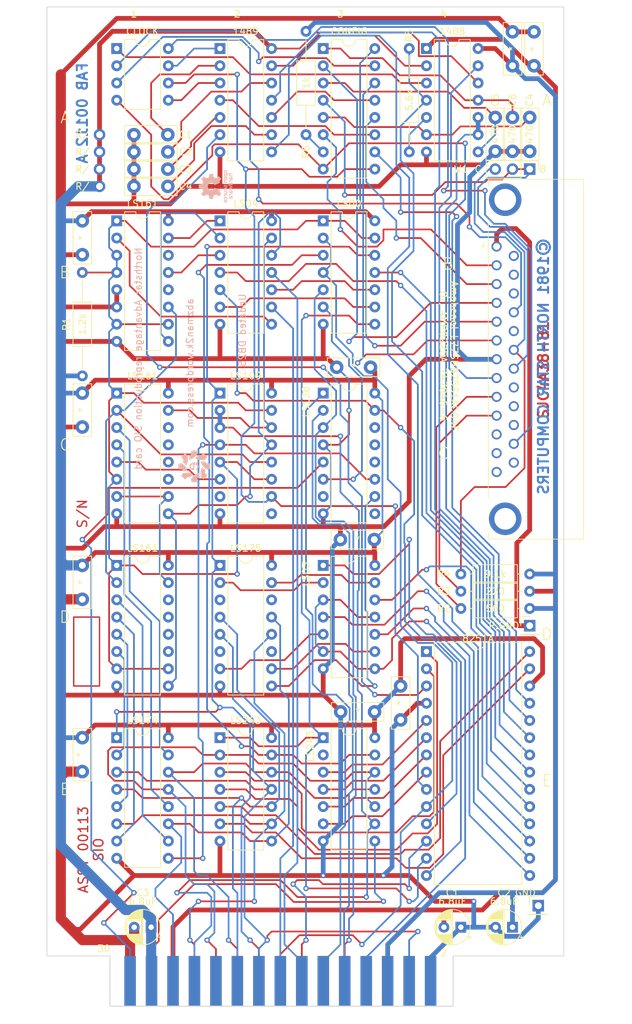
<source format=kicad_pcb>
(kicad_pcb (version 20211014) (generator pcbnew)
  (layers (0 "F.Cu" signal) (31 "B.Cu" signal) (34 "B.Paste" user) (35 "F.Paste" user) (36 "B.SilkS" user "B.Silkscreen") (37 "F.SilkS" user "F.Silkscreen") (38 "B.Mask" user) (39 "F.Mask" user) (44 "Edge.Cuts" user))
  (net 0 "")
  (net 1 "/Protective Gnd")
  (net 2 "Net-(J1-Pad2)")
  (net 3 "Net-(J1-Pad3)")
  (net 4 "Net-(J1-Pad4)")
  (net 5 "Net-(J1-Pad5)")
  (net 6 "Net-(J1-Pad6)")
  (net 7 "GND")
  (net 8 "Net-(J1-Pad8)")
  (net 9 "Net-(J1-Pad9)")
  (net 10 "Net-(J1-Pad10)")
  (net 17 "Net-(J1-Pad17)")
  (net 19 "/C")
  (net 23 "Net-(J1-Pad24)")
  (net 25 "Net-(J1A1-Pad1)")
  (net 26 "Net-(J1A1-Pad5)")
  (net 27 "Net-(J1A1-Pad6)")
  (net 28 "Net-(J1A1-Pad3)")
  (net 29 "Net-(J1A1-Pad7)")
  (net 31 "/IO3")
  (net 33 "+12V")
  (net 35 "/{slash}IO INT")
  (net 37 "/IO A2")
  (net 38 "/IO A3")
  (net 39 "/IO A1")
  (net 41 "/{slash}BRD")
  (net 42 "/IO A0")
  (net 43 "/IO 8MHz")
  (net 44 "/{slash}BWR")
  (net 45 "/{slash}BIO RES")
  (net 46 "/IO2")
  (net 47 "/IO4")
  (net 49 "/IO5")
  (net 50 "/IO6")
  (net 51 "/IO1")
  (net 52 "/IO0")
  (net 53 "-12V")
  (net 54 "+5V")
  (net 55 "/IO7")
  (net 56 "/{slash}SELECT")
  (net 57 "Net-(C6-Pad1)")
  (net 58 "Net-(C5-Pad1)")
  (net 59 "Net-(J3A1-Pad11)")
  (net 60 "Net-(J3A1-Pad4)")
  (net 61 "Net-(C4-Pad1)")
  (net 62 "Net-(J3A1-Pad13)")
  (net 63 "Net-(J3A1-Pad15)")
  (net 64 "/PUP")
  (net 65 "Net-(U1B1-Pad9)")
  (net 66 "Net-(U1B1-Pad2)")
  (net 67 "/615KHz")
  (net 69 "Net-(U1B1-Pad13)")
  (net 71 "Net-(U1B1-Pad15)")
  (net 72 "Net-(U1C1-Pad9)")
  (net 73 "Net-(U1C1-Pad10)")
  (net 74 "Net-(U1C1-Pad3)")
  (net 76 "Net-(U1C1-Pad4)")
  (net 78 "Net-(U1C1-Pad5)")
  (net 81 "Net-(U1C1-Pad15)")
  (net 82 "Net-(U1D1-Pad3)")
  (net 84 "Net-(U1D1-Pad4)")
  (net 86 "Net-(U1D1-Pad5)")
  (net 88 "Net-(U1D1-Pad6)")
  (net 90 "Net-(U1E1-Pad9)")
  (net 91 "Net-(U2A1-Pad8)")
  (net 92 "Net-(U2A1-Pad11)")
  (net 93 "Net-(U2A1-Pad6)")
  (net 94 "Net-(U2B1-Pad10)")
  (net 95 "Net-(U2B1-Pad4)")
  (net 96 "Net-(U2B1-Pad5)")
  (net 97 "Net-(U2B1-Pad6)")
  (net 100 "Net-(U2D1-Pad9)")
  (net 101 "/INT 2")
  (net 102 "/INT 1")
  (net 107 "/INT 3")
  (net 108 "/INT 0")
  (net 109 "Net-(U2E1-Pad1)")
  (net 110 "/U3")
  (net 111 "/U2")
  (net 112 "/U1")
  (net 113 "/U0")
  (net 114 "Net-(U2E1-Pad13)")
  (net 115 "Net-(U3B1-Pad11)")
  (net 116 "Net-(U3B1-Pad6)")
  (net 122 "Net-(U3D1-Pad1)")
  (net 123 "Net-(U3D1-Pad10)")
  (net 124 "Net-(U3D1-Pad4)")
  (net 125 "Net-(U3D1-Pad12)")
  (net 126 "/U4")
  (net 127 "/U5")
  (net 128 "/U6")
  (net 129 "/U7")
  (net 130 "Net-(U4A1-Pad10)")
  (net 131 "Net-(R5-Pad1)")
  (net 132 "Net-(R5-Pad2)")
  (net 133 "Net-(U4A1-Pad13)")
  (net 134 "/RCA")
  (net 135 "/RCD")
  (net 136 "/RCB")
  (net 137 "/RCC")
  (net 138 "TxD")
  (net 139 "RxClock")
  (footprint "Resistor_THT:R_Axial_DIN0207_L6.3mm_D2.5mm_P15.24mm_Horizontal" (layer "F.Cu") (at 82.55 81.915 90)
    (fp_text reference "R1")
    (fp_text value "1.2k")
  )
  (footprint "Package_DIP:DIP-14_W7.62mm" (layer "F.Cu") (at 102.87 59.055)
    (fp_text reference "U2B1" hide)
    (fp_text value "LS04")
  )
  (footprint "Capacitor_THT:C_Disc_D7.5mm_W2.5mm_P5.00mm" (layer "F.Cu") (at 82.55 135.255 -90)
    (fp_text reference "C16" hide)
    (fp_text value "*")
  )
  (footprint "Capacitor_THT:C_Disc_D7.5mm_W2.5mm_P5.00mm" (layer "F.Cu") (at 125.095 80.645 180)
    (fp_text reference "C15" hide)
    (fp_text value "*")
  )
  (footprint "Capacitor_THT:C_Disc_D7.5mm_W2.5mm_P5.00mm" (layer "F.Cu") (at 90.17 51.435)
    (fp_text reference "C13" hide)
    (fp_text value "C")
  )
  (footprint "Package_DIP:DIP-14_W7.62mm" (layer "F.Cu") (at 118.11 109.855)
    (fp_text reference "U3D1" hide)
    (fp_text value "LS03")
  )
  (footprint "Capacitor_THT:C_Disc_D7.5mm_W2.5mm_P5.00mm" (layer "F.Cu") (at 90.17 46.355)
    (fp_text reference "C11" hide)
    (fp_text value "C")
  )
  (footprint "Package_DIP:DIP-14_W7.62mm" (layer "F.Cu") (at 102.87 135.255)
    (fp_text reference "U2E1" hide)
    (fp_text value "LS243")
  )
  (footprint "Package_DIP:DIP-14_W7.62mm" (layer "F.Cu") (at 102.87 33.655)
    (fp_text reference "U2A1" hide)
    (fp_text value "1489")
  )
  (footprint "Evan's misc parts:amphenol db25" (layer "F.Cu") (at 143.706 62.845 90)
    (fp_text reference "J1" hide)
    (fp_text value "DB25_Female" hide)
  )
  (footprint "Package_DIP:DIP-14_W7.62mm" (layer "F.Cu") (at 133.35 33.655)
    (fp_text reference "U4A1" hide)
    (fp_text value "1488")
  )
  (footprint "Capacitor_THT:C_Disc_D7.5mm_W2.5mm_P5.00mm" (layer "F.Cu") (at 129.54 127.635 -90)
    (fp_text reference "C8" hide)
    (fp_text value "*")
  )
  (footprint "Capacitor_THT:C_Disc_D7.5mm_W2.5mm_P5.00mm" (layer "F.Cu") (at 149.225 36.195 90)
    (fp_text reference "C7" hide)
    (fp_text value "*")
  )
  (footprint "Capacitor_THT:C_Disc_D7.5mm_W2.5mm_P5.00mm" (layer "F.Cu") (at 125.65 106.045 180)
    (fp_text reference "C10" hide)
    (fp_text value "*")
  )
  (footprint "Capacitor_THT:CP_Radial_D5.0mm_P2.50mm" (layer "F.Cu") (at 92.71 163.195 180)
    (fp_text reference "C3")
    (fp_text value "6.8uF")
  )
  (footprint "Capacitor_THT:C_Disc_D7.5mm_W2.5mm_P5.00mm" (layer "F.Cu") (at 82.55 59.055 -90)
    (fp_text reference "C19" hide)
    (fp_text value "*")
  )
  (footprint "Package_DIP:DIP-16_W7.62mm" (layer "F.Cu") (at 102.87 109.855)
    (fp_text reference "U2D1" hide)
    (fp_text value "LS175")
  )
  (footprint "Capacitor_THT:C_Disc_D7.5mm_W2.5mm_P5.00mm" (layer "F.Cu") (at 143.51 43.815 -90)
    (fp_text reference "C5")
    (fp_text value "470")
  )
  (footprint "MountingHole:MountingHole_3.2mm_M3" (layer "F.Cu") (at 151.01 164.585)
    (fp_text reference "REF**" hide)
    (fp_text value "MountingHole_3.2mm_M3")
  )
  (footprint "Capacitor_THT:C_Disc_D7.5mm_W2.5mm_P5.00mm" (layer "F.Cu") (at 146.05 43.815 -90)
    (fp_text reference "C6")
    (fp_text value "470")
  )
  (footprint "Connector_PinHeader_2.54mm:PinHeader_1x01_P2.54mm_Vertical" (layer "F.Cu") (at 85.09 53.975)
    (fp_text reference "REF**" hide)
    (fp_text value "PinHeader_1x01_P2.54mm_Vertical")
  )
  (footprint "Capacitor_THT:CP_Radial_D5.0mm_P2.50mm" (layer "F.Cu") (at 138.43 163.195 180)
    (fp_text reference "C1")
    (fp_text value "6.8uF")
  )
  (footprint "Capacitor_THT:C_Disc_D7.5mm_W2.5mm_P5.00mm" (layer "F.Cu") (at 148.59 43.815 -90)
    (fp_text reference "C4")
    (fp_text value "470")
  )
  (footprint "Capacitor_THT:C_Disc_D7.5mm_W2.5mm_P5.00mm" (layer "F.Cu") (at 146.05 36.195 90)
    (fp_text reference "C20" hide)
    (fp_text value "*")
  )
  (footprint "Connector_PinHeader_2.54mm:PinHeader_1x01_P2.54mm_Vertical" (layer "F.Cu") (at 85.09 48.895)
    (fp_text reference "REF**" hide)
    (fp_text value "PinHeader_1x01_P2.54mm_Vertical")
  )
  (footprint "Resistor_THT:R_Axial_DIN0207_L6.3mm_D2.5mm_P10.16mm_Horizontal" (layer "F.Cu") (at 148.59 113.665 180)
    (fp_text reference "R3")
    (fp_text value "220")
  )
  (footprint "Resistor_THT:R_Axial_DIN0207_L6.3mm_D2.5mm_P10.16mm_Horizontal" (layer "F.Cu") (at 148.59 111.125 180)
    (fp_text reference "R4")
    (fp_text value "9.1k")
  )
  (footprint "Package_DIP:DIP-16_W7.62mm" (layer "F.Cu") (at 87.63 135.255)
    (fp_text reference "U1E1" hide)
    (fp_text value "LS174")
  )
  (footprint "Evan's misc parts:northstar edge connector" (layer "F.Cu") (at 86.63 167.435)
    (fp_text reference "J2" hide)
    (fp_text value "Conn_02x15_Odd_Even")
    (fp_line (start 0 7.4) (end 0 0) (layer "Edge.Cuts") (width 0.12))
    (fp_line (start 50.65 7.4) (end 0 7.4) (layer "Edge.Cuts") (width 0.12))
    (fp_line (start 50.65 7.4) (end 50.65 0) (layer "Edge.Cuts") (width 0.12))
  )
  (footprint "Package_DIP:DIP-16_W7.62mm" (layer "F.Cu") (at 118.11 84.455)
    (fp_text reference "U3C1" hide)
    (fp_text value "LS138")
  )
  (footprint "Connector_PinHeader_2.54mm:PinHeader_1x01_P2.54mm_Vertical" (layer "F.Cu") (at 148.59 118.745)
    (fp_text reference "P.GND")
    (fp_text value "PinHeader_1x01_P2.54mm_Vertical")
  )
  (footprint "Capacitor_THT:C_Disc_D7.5mm_W2.5mm_P5.00mm" (layer "F.Cu") (at 125.69 131.445 180)
    (fp_text reference "C9" hide)
    (fp_text value "*")
  )
  (footprint "Connector_PinHeader_2.54mm:PinHeader_1x01_P2.54mm_Vertical" (layer "F.Cu") (at 85.09 51.435)
    (fp_text reference "REF**" hide)
    (fp_text value "PinHeader_1x01_P2.54mm_Vertical")
  )
  (footprint "MountingHole:MountingHole_3.2mm_M3" (layer "F.Cu") (at 79.88 29.975)
    (fp_text reference "REF**" hide)
    (fp_text value "MountingHole_3.2mm_M3")
  )
  (footprint "Capacitor_THT:C_Disc_D7.5mm_W2.5mm_P5.00mm" (layer "F.Cu") (at 90.17 53.975)
    (fp_text reference "C14" hide)
    (fp_text value "C")
  )
  (footprint "Connector_PinHeader_2.54mm:PinHeader_1x01_P2.54mm_Vertical" (layer "F.Cu") (at 85.09 46.355)
    (fp_text reference "REF**" hide)
    (fp_text value "PinHeader_1x01_P2.54mm_Vertical")
  )
  (footprint "Resistor_THT:R_Axial_DIN0207_L6.3mm_D2.5mm_P15.24mm_Horizontal" (layer "F.Cu") (at 130.81 33.655 -90)
    (fp_text reference "R5")
    (fp_text value "5.6k")
  )
  (footprint "Resistor_THT:R_Axial_DIN0207_L6.3mm_D2.5mm_P10.16mm_Horizontal" (layer "F.Cu") (at 148.59 116.205 180)
    (fp_text reference "R2")
    (fp_text value "560")
  )
  (footprint "Connector_PinHeader_2.54mm:PinHeader_1x03_P2.54mm_Vertical" (layer "F.Cu") (at 148.59 51.435 -90)
    (fp_text reference "W1")
    (fp_text value "Conn_01x03")
  )
  (footprint "Capacitor_THT:CP_Radial_D5.0mm_P2.50mm" (layer "F.Cu") (at 146.05 163.195 180)
    (fp_text reference "C2")
    (fp_text value "6.8uF")
  )
  (footprint "Package_DIP:DIP-28_W15.24mm" (layer "F.Cu") (at 133.35 122.555)
    (fp_text reference "U4E1" hide)
    (fp_text value "8251A")
  )
  (footprint "Package_DIP:DIP-16_W7.62mm" (layer "F.Cu") (at 87.63 84.455)
    (fp_text reference "U1C1" hide)
    (fp_text value "LS161")
  )
  (footprint "Capacitor_THT:C_Disc_D7.5mm_W2.5mm_P5.00mm" (layer "F.Cu") (at 82.55 84.455 -90)
    (fp_text reference "C18" hide)
    (fp_text value "*")
  )
  (footprint "Capacitor_THT:C_Disc_D7.5mm_W2.5mm_P5.00mm" (layer "F.Cu") (at 82.55 109.855 -90)
    (fp_text reference "C17" hide)
    (fp_text value "*")
  )
  (footprint "Package_DIP:DIP-14_W7.62mm" (layer "F.Cu") (at 118.11 135.255)
    (fp_text reference "U3E1" hide)
    (fp_text value "LS243")
  )
  (footprint "Connector_PinHeader_2.54mm:PinHeader_1x01_P2.54mm_Vertical" (layer "F.Cu") (at 149.86 160.02)
    (fp_text reference "GND")
    (fp_text value "PinHeader_1x01_P2.54mm_Vertical")
  )
  (footprint "Package_DIP:DIP-14_W7.62mm" (layer "F.Cu") (at 118.11 59.055)
    (fp_text reference "U3B1" hide)
    (fp_text value "LS00")
  )
  (footprint "Package_DIP:DIP-8_W7.62mm" (layer "F.Cu") (at 87.63 33.655)
    (fp_text reference "J1A1" hide)
    (fp_text value "CLOCK")
  )
  (footprint "Package_DIP:DIP-16_W7.62mm" (layer "F.Cu") (at 118.11 33.655)
    (fp_text reference "J3A1" hide)
    (fp_text value "CONFIG")
  )
  (footprint "Resistor_THT:R_Axial_DIN0207_L6.3mm_D2.5mm_P15.24mm_Horizontal" (layer "F.Cu") (at 115.57 31.115 -90)
    (fp_text reference "R6")
    (fp_text value "1k")
  )
  (footprint "Capacitor_THT:C_Disc_D7.5mm_W2.5mm_P5.00mm" (layer "F.Cu") (at 90.17 48.895)
    (fp_text reference "C12" hide)
    (fp_text value "C")
  )
  (footprint "Package_DIP:DIP-16_W7.62mm" (layer "F.Cu") (at 102.87 84.455)
    (fp_text reference "U2C1" hide)
    (fp_text value "LS109")
  )
  (footprint "Package_DIP:DIP-16_W7.62mm" (layer "F.Cu") (at 87.63 59.055)
    (fp_text reference "U1B1" hide)
    (fp_text value "LS161")
  )
  (footprint "Package_DIP:DIP-16_W7.62mm" (layer "F.Cu") (at 87.63 109.855)
    (fp_text reference "U1D1" hide)
    (fp_text value "LS161")
  )
  (footprint "Evan's misc parts:OSHW gear" (layer "B.Cu") (at 102.235 53.975 -90)
    (fp_text reference "G***" hide)
    (fp_text value "LOGO" hide)
  )
  (footprint "Evan's misc parts:Evan Logo" (layer "B.Cu") (at 99.06 95.25 -90)
    (fp_text reference "G***" hide)
    (fp_text value "LOGO" hide)
  )
  (gr_rect (start 85.09 127.635) (end 81.28 117.475) (layer "F.Cu") (width 0.2) (fill none))
  (gr_line (start 86.63 167.435) (end 77.33 167.435) (layer "Edge.Cuts") (width 0.1))
  (gr_line (start 77.33 27.525) (end 153.63 27.525) (layer "Edge.Cuts") (width 0.1))
  (gr_line (start 153.63 167.435) (end 137.28 167.435) (layer "Edge.Cuts") (width 0.1))
  (gr_line (start 153.63 167.435) (end 153.63 27.525) (layer "Edge.Cuts") (width 0.1))
  (gr_line (start 77.33 167.435) (end 77.33 27.525) (layer "Edge.Cuts") (width 0.1))
  (gr_text "ASSY 00113\nSIO" (at 83.82 151.765 90) (layer "F.Cu") (effects (font (size 1.4 1.4) (thickness 0.2))))
  (gr_text "SJC4A38-81" (at 150.622 81.026 90) (layer "F.Cu") (effects (font (size 1.5 1.5) (thickness 0.3))))
  (gr_text "S/N" (at 82.55 102.235 90) (layer "F.Cu") (effects (font (size 1.4 1.4) (thickness 0.2))))
  (gr_text "©1981 NORTH STAR COMPUTERS" (at 150.622 80.518 90) (layer "B.Cu") (effects (font (size 1.5 1.5) (thickness 0.3)) (justify mirror)))
  (gr_text "FAB 00112 A" (at 82.55 43.18 90) (layer "B.Cu") (effects (font (size 1.5 1.5) (thickness 0.3)) (justify mirror)))
  (gr_text "Northstar Advantage reproduction SIO card" (at 90.805 79.375 90) (layer "B.SilkS") (effects (font (size 1 1)) (justify mirror)))
  (gr_text "abzman2k.wordpress.com" (at 98.425 80.01 90) (layer "B.SilkS") (effects (font (size 1 1)) (justify mirror)))
  (gr_text "Updated DB25" (at 106.172 75.184 90) (layer "B.SilkS") (effects (font (size 1 1)) (justify mirror)))
  (gr_text "B" (at 80.01 66.675) (layer "F.SilkS") (effects (font (size 1.7 1.7))))
  (gr_text "C1" (at 97.79 46.355) (layer "F.SilkS") (effects (font (size 1 1))))
  (gr_text "R/" (at 82.55 53.975) (layer "F.SilkS") (effects (font (size 1 1))))
  (gr_text "C4" (at 97.79 53.975) (layer "F.SilkS") (effects (font (size 1 1))))
  (gr_text "A" (at 80.01 43.815) (layer "F.SilkS") (effects (font (size 1.7 1.7))))
  (gr_text "C" (at 80.01 92.075) (layer "F.SilkS") (effects (font (size 1.7 1.7))))
  (gr_text "B" (at 136.525 65.405) (layer "F.SilkS") (effects (font (size 1.7 1.7))))
  (gr_text "E" (at 151.13 141.605) (layer "F.SilkS") (effects (font (size 1.7 1.7))))
  (gr_text "1" (at 90.17 28.575) (layer "F.SilkS") (effects (font (size 1 1))))
  (gr_text "R/" (at 82.55 48.895) (layer "F.SilkS") (effects (font (size 1 1))))
  (gr_text "E" (at 80.01 142.875) (layer "F.SilkS") (effects (font (size 1.7 1.7))))
  (gr_text "B" (at 150.495 51.435) (layer "F.SilkS") (effects (font (size 1 1))))
  (gr_text "C" (at 140.97 51.435) (layer "F.SilkS") (effects (font (size 1 1))))
  (gr_text "R/" (at 82.55 51.435) (layer "F.SilkS") (effects (font (size 1 1))))
  (gr_text "C" (at 135.89 93.345) (layer "F.SilkS") (effects (font (size 1.7 1.7))))
  (gr_text "A" (at 151.13 41.275) (layer "F.SilkS") (effects (font (size 1.7 1.7))))
  (gr_text "C3" (at 97.79 51.435) (layer "F.SilkS") (effects (font (size 1 1))))
  (gr_text "2" (at 105.41 28.575) (layer "F.SilkS") (effects (font (size 1 1))))
  (gr_text "Amphenol L77SDB25S1ACO4F\nOr, AMP0225A 747846-6" (at 136.652 78.994 270) (layer "F.SilkS") (effects (font (size 1 1))))
  (gr_text "30" (at 85.725 166.37) (layer "F.SilkS") (effects (font (size 1 1))))
  (gr_text "2" (at 135.89 167.005) (layer "F.SilkS") (effects (font (size 1 1))))
  (gr_text "4" (at 135.89 28.575) (layer "F.SilkS") (effects (font (size 1 1))))
  (gr_text "C2" (at 97.79 48.895) (layer "F.SilkS") (effects (font (size 1 1))))
  (gr_text "D" (at 80.01 117.475) (layer "F.SilkS") (effects (font (size 1.7 1.7))))
  (gr_text "R/" (at 82.55 46.355) (layer "F.SilkS") (effects (font (size 1 1))))
  (gr_text "D" (at 151.13 120.015) (layer "F.SilkS") (effects (font (size 1.7 1.7))))
  (gr_text "3" (at 120.65 28.575) (layer "F.SilkS") (effects (font (size 1 1))))
  (segment (start 146.685 106.553) (end 148.59 104.648) (width 0.7) (layer "F.Cu") (net 1))
  (segment (start 144.526 60.198) (end 143.706 61.018) (width 0.7) (layer "F.Cu") (net 1))
  (segment (start 146.685 118.745) (end 146.685 106.553) (width 0.7) (layer "F.Cu") (net 1))
  (segment (start 143.706 61.018) (end 143.706 62.845) (width 0.7) (layer "F.Cu") (net 1))
  (segment (start 148.59 62.23) (end 146.558 60.198) (width 0.7) (layer "F.Cu") (net 1))
  (segment (start 146.558 60.198) (end 144.526 60.198) (width 0.7) (layer "F.Cu") (net 1))
  (segment (start 148.59 104.648) (end 148.59 62.23) (width 0.7) (layer "F.Cu") (net 1))
  (segment (start 148.59 118.745) (end 146.685 118.745) (width 0.7) (layer "F.Cu") (net 1))
  (segment (start 118.11 48.895) (end 115.57 46.355) (width 0.25) (layer "B.Cu") (net 2))
  (segment (start 139.3 68.385) (end 143.706 68.385) (width 0.25) (layer "F.Cu") (net 3))
  (segment (start 139.3 68.385) (end 132.51 61.595) (width 0.25) (layer "F.Cu") (net 3))
  (segment (start 132.51 61.595) (end 128.905 61.595) (width 0.25) (layer "F.Cu") (net 3))
  (via (at 128.905 61.595) (size 0.8) (drill 0.4) (layers "F.Cu" "B.Cu") (net 3))
  (segment (start 127 57.15) (end 128.905 59.055) (width 0.25) (layer "B.Cu") (net 3))
  (segment (start 124.46 53.34) (end 127 55.88) (width 0.25) (layer "B.Cu") (net 3))
  (segment (start 125.73 43.815) (end 124.46 45.085) (width 0.25) (layer "B.Cu") (net 3))
  (segment (start 124.46 45.085) (end 124.46 53.34) (width 0.25) (layer "B.Cu") (net 3))
  (segment (start 127 55.88) (end 127 57.15) (width 0.25) (layer "B.Cu") (net 3))
  (segment (start 128.905 59.055) (end 128.905 61.595) (width 0.25) (layer "B.Cu") (net 3))
  (segment (start 122.555 76.2) (end 128.905 76.2) (width 0.25) (layer "F.Cu") (net 4))
  (segment (start 128.905 76.2) (end 133.95 71.155) (width 0.25) (layer "F.Cu") (net 4))
  (segment (start 121.92 76.835) (end 122.555 76.2) (width 0.25) (layer "F.Cu") (net 4))
  (segment (start 133.95 71.155) (end 143.706 71.155) (width 0.25) (layer "F.Cu") (net 4))
  (via (at 121.92 76.835) (size 0.8) (drill 0.4) (layers "F.Cu" "B.Cu") (net 4))
  (segment (start 123.11144 75.64356) (end 121.92 76.835) (width 0.25) (layer "B.Cu") (net 4))
  (segment (start 123.11144 41.19644) (end 123.11144 75.64356) (width 0.25) (layer "B.Cu") (net 4))
  (segment (start 118.11 36.195) (end 123.11144 41.19644) (width 0.25) (layer "B.Cu") (net 4))
  (segment (start 125.73 77.47) (end 129.54 77.47) (width 0.25) (layer "F.Cu") (net 5))
  (segment (start 133.085 73.925) (end 143.706 73.925) (width 0.25) (layer "F.Cu") (net 5))
  (segment (start 129.54 77.47) (end 133.085 73.925) (width 0.25) (layer "F.Cu") (net 5))
  (via (at 125.73 77.47) (size 0.8) (drill 0.4) (layers "F.Cu" "B.Cu") (net 5))
  (segment (start 124.01048 57.33548) (end 124.46 57.785) (width 0.25) (layer "B.Cu") (net 5))
  (segment (start 124.01048 40.45452) (end 124.01048 57.33548) (width 0.25) (layer "B.Cu") (net 5))
  (segment (start 125.73 38.735) (end 124.01048 40.45452) (width 0.25) (layer "B.Cu") (net 5))
  (segment (start 124.46 76.2) (end 125.73 77.47) (width 0.25) (layer "B.Cu") (net 5))
  (segment (start 124.46 57.785) (end 124.46 76.2) (width 0.25) (layer "B.Cu") (net 5))
  (segment (start 123.19 80.01) (end 124.46 78.74) (width 0.25) (layer "F.Cu") (net 6))
  (segment (start 131.445 78.74) (end 133.49 76.695) (width 0.25) (layer "F.Cu") (net 6))
  (segment (start 133.49 76.695) (end 143.706 76.695) (width 0.25) (layer "F.Cu") (net 6))
  (segment (start 124.46 78.74) (end 131.445 78.74) (width 0.25) (layer "F.Cu") (net 6))
  (via (at 123.19 80.01) (size 0.8) (drill 0.4) (layers "F.Cu" "B.Cu") (net 6))
  (segment (start 123.56096 35.82404) (end 125.73 33.655) (width 0.25) (layer "B.Cu") (net 6))
  (segment (start 123.19 80.01) (end 124.01048 79.18952) (width 0.25) (layer "B.Cu") (net 6))
  (segment (start 124.01048 57.971198) (end 123.56096 57.521677) (width 0.25) (layer "B.Cu") (net 6))
  (segment (start 123.56096 57.521677) (end 123.56096 35.82404) (width 0.25) (layer "B.Cu") (net 6))
  (segment (start 124.01048 79.18952) (end 124.01048 57.971198) (width 0.25) (layer "B.Cu") (net 6))
  (segment (start 79.375 89.535) (end 79.375 107.315) (width 1.5) (layer "F.Cu") (net 7))
  (segment (start 148.59 48.815) (end 143.51 48.815) (width 0.7) (layer "F.Cu") (net 7))
  (segment (start 87.63 104.14) (end 102.87 104.14) (width 0.7) (layer "F.Cu") (net 7))
  (segment (start 79.41452 56.55452) (end 79.375 56.515) (width 0.7) (layer "F.Cu") (net 7))
  (segment (start 90.17 48.895) (end 90.17 46.355) (width 0.7) (layer "F.Cu") (net 7))
  (segment (start 133.26 79.465) (end 143.706 79.465) (width 0.7) (layer "F.Cu") (net 7))
  (segment (start 120.65 106.045) (end 120.65 104.14) (width 0.7) (layer "F.Cu") (net 7))
  (segment (start 117.990489 128.984511) (end 102.790489 128.984511) (width 0.7) (layer "F.Cu") (net 7))
  (segment (start 118.11 92.075) (end 120.404614 92.075) (width 0.25) (layer "F.Cu") (net 7))
  (segment (start 133.35 50.8) (end 129.54 50.8) (width 0.7) (layer "F.Cu") (net 7))
  (segment (start 130.81 155.575) (end 134.62 159.385) (width 0.7) (layer "F.Cu") (net 7))
  (segment (start 87.627886 29.21) (end 79.375 37.462886) (width 0.7) (layer "F.Cu") (net 7))
  (segment (start 79.375 107.315) (end 79.375 114.935) (width 1.5) (layer "F.Cu") (net 7))
  (segment (start 118.11 104.14) (end 118.11 102.235) (width 0.7) (layer "F.Cu") (net 7))
  (segment (start 82.2325 163.5125) (end 80.9625 163.5125) (width 0.7) (layer "F.Cu") (net 7))
  (segment (start 80.9625 163.5125) (end 82.55 165.1) (width 1.5) (layer "F.Cu") (net 7))
  (segment (start 102.87 74.295) (end 102.87 79.375) (width 0.7) (layer "F.Cu") (net 7))
  (segment (start 102.87 128.905) (end 102.790489 128.984511) (width 0.7) (layer "F.Cu") (net 7))
  (segment (start 79.375 37.462886) (end 79.375 56.515) (width 1.5) (layer "F.Cu") (net 7))
  (segment (start 132 130.175) (end 129.54 132.635) (width 0.7) (layer "F.Cu") (net 7))
  (segment (start 87.63 76.835) (end 79.375 76.835) (width 0.7) (layer "F.Cu") (net 7))
  (segment (start 79.375 114.935) (end 79.375 140.97) (width 1.5) (layer "F.Cu") (net 7))
  (segment (start 90.17 155.575) (end 82.2325 163.5125) (width 0.7) (layer "F.Cu") (net 7))
  (segment (start 102.87 104.14) (end 118.11 104.14) (width 0.7) (layer "F.Cu") (net 7))
  (segment (start 102.87 79.375) (end 118.11 79.375) (width 0.7) (layer "F.Cu") (net 7))
  (segment (start 87.63 127.635) (end 87.63 128.905) (width 0.7) (layer "F.Cu") (net 7))
  (segment (start 79.375 56.515) (end 79.375 64.77) (width 1.5) (layer "F.Cu") (net 7))
  (segment (start 130.81 81.915) (end 133.26 79.465) (width 0.7) (layer "F.Cu") (net 7))
  (segment (start 79.375 140.97) (end 79.375 161.925) (width 1.5) (layer "F.Cu") (net 7))
  (segment (start 102.87 102.235) (end 102.87 104.14) (width 0.7) (layer "F.Cu") (net 7))
  (segment (start 87.63 71.755) (end 80.01 71.755) (width 0.7) (layer "F.Cu") (net 7))
  (segment (start 82.55 64.055) (end 80.09 64.055) (width 0.7) (layer "F.Cu") (net 7))
  (segment (start 118.11 79.375) (end 118.825 79.375) (width 0.7) (layer "F.Cu") (net 7))
  (segment (start 90.21 164.555) (end 90.21 163.195) (width 1.5) (layer "F.Cu") (net 7))
  (segment (start 102.87 53.975) (end 102.87 48.895) (width 0.7) (layer "F.Cu") (net 7))
  (segment (start 148.59 31.195) (end 146.05 31.195) (width 0.7) (layer "F.Cu") (net 7))
  (segment (start 102.87 155.575) (end 102.87 150.495) (width 0.7) (layer "F.Cu") (net 7))
  (segment (start 82.622812 107.315) (end 85.797812 104.14) (width 0.7) (layer "F.Cu") (net 7))
  (segment (start 141.525 50.8) (end 133.35 50.8) (width 0.7) (layer "F.Cu") (net 7))
  (segment (start 79.375 72.39) (end 79.375 76.835) (width 1.5) (layer "F.Cu") (net 7))
  (segment (start 79.455 89.455) (end 79.375 89.535) (width 0.7) (layer "F.Cu") (net 7))
  (segment (start 79.455 114.855) (end 79.375 114.935) (width 1.5) (layer "F.Cu") (net 7))
  (segment (start 79.375 161.925) (end 80.9625 163.5125) (width 1.5) (layer "F.Cu") (net 7))
  (segment (start 89.535 165.1) (end 89.6 165.165) (width 1.5) (layer "F.Cu") (net 7))
  (segment (start 82.55 89.455) (end 79.455 89.455) (width 0.7) (layer "F.Cu") (net 7))
  (segment (start 118.11 128.865) (end 120.69 131.445) (width 0.7) (layer "F.Cu") (net 7))
  (segment (start 90.17 53.975) (end 90.17 55.95904) (width 0.7) (layer "F.Cu") (net 7))
  (segment (start 98.108916 53.975) (end 95.529395 56.55452) (width 0.7) (layer "F.Cu") (net 7))
  (segment (start 95.529395 56.55452) (end 89.57452 56.55452) (width 0.7) (layer "F.Cu") (net 7))
  (segment (start 80.09 64.055) (end 79.375 64.77) (width 0.7) (layer "F.Cu") (net 7))
  (segment (start 126.365 53.975) (end 102.87 53.975) (width 0.7) (layer "F.Cu") (net 7))
  (segment (start 118.11 104.14) (end 120.65 104.14) (width 0.7) (layer "F.Cu") (net 7))
  (segment (start 127.072812 104.14) (end 130.81 100.402812) (width 0.7) (layer "F.Cu") (net 7))
  (segment (start 129.54 50.8) (end 126.365 53.975) (width 0.7) (layer "F.Cu") (net 7))
  (segment (start 90.17 48.895) (end 90.17 53.975) (width 0.7) (layer "F.Cu") (net 7))
  (segment (start 118.825 79.375) (end 120.095 80.645) (width 0.7) (layer "F.Cu") (net 7))
  (segment (start 87.63 76.835) (end 90.17 79.375) (width 0.7) (layer "F.Cu") (net 7))
  (segment (start 134.62 159.385) (end 140.335 159.385) (width 0.7) (layer "F.Cu") (net 7))
  (segment (start 130.81 100.402812) (end 130.81 81.915) (width 0.7) (layer "F.Cu") (net 7))
  (segment (start 90.17 155.575) (end 102.87 155.575) (width 0.7) (layer "F.Cu") (net 7))
  (segment (start 90.17 55.95904) (end 89.57452 56.55452) (width 0.7) (layer "F.Cu") (net 7))
  (segment (start 120.65 104.14) (end 127.072812 104.14) (width 0.7) (layer "F.Cu") (net 7))
  (segment (start 102.87 127.635) (end 102.87 128.905) (width 0.7) (layer "F.Cu") (net 7))
  (segment (start 87.63 128.905) (end 87.709511 128.984511) (width 0.7) (layer "F.Cu") (net 7))
  (segment (start 118.11 125.095) (end 118.11 128.865) (width 0.7) (layer "F.Cu") (net 7))
  (segment (start 90.17 79.375) (end 102.87 79.375) (width 0.7) (layer "F.Cu") (net 7))
  (segment (start 79.375 64.77) (end 79.375 72.39) (width 1.5) (layer "F.Cu") (net 7))
  (segment (start 133.35 130.175) (end 132 130.175) (width 0.7) (layer "F.Cu") (net 7))
  (segment (start 102.87 53.975) (end 98.108916 53.975) (width 0.7) (layer "F.Cu") (net 7))
  (segment (start 120.404614 92.075) (end 121.92 90.559614) (width 0.25) (layer "F.Cu") (net 7))
  (segment (start 102.790489 128.984511) (end 87.709511 128.984511) (width 0.7) (layer "F.Cu") (net 7))
  (segment (start 118.11 74.295) (end 118.11 79.375) (width 0.7) (layer "F.Cu") (net 7))
  (segment (start 118.11 128.865) (end 117.990489 128.984511) (width 0.7) (layer "F.Cu") (net 7))
  (segment (start 80.09 140.255) (end 79.375 140.97) (width 1.5) (layer "F.Cu") (net 7))
  (segment (start 79.375 76.835) (end 79.375 89.535) (width 1.5) (layer "F.Cu") (net 7))
  (segment (start 87.63 69.215) (end 87.63 71.755) (width 0.7) (layer "F.Cu") (net 7))
  (segment (start 133.35 50.8) (end 133.35 48.895) (width 0.7) (layer "F.Cu") (net 7))
  (segment (start 102.87 155.575) (end 118.11 155.575) (width 0.7) (layer "F.Cu") (net 7))
  (segment (start 89.57452 56.55452) (end 79.41452 56.55452) (width 0.7) (layer "F.Cu") (net 7))
  (segment (start 89.6 165.165) (end 89.6 171.135) (width 1.5) (layer "F.Cu") (net 7))
  (segment (start 143.51 48.815) (end 141.525 50.8) (width 0.7) (layer "F.Cu") (net 7))
  (segment (start 87.63 102.235) (end 87.63 104.14) (width 0.7) (layer "F.Cu") (net 7))
  (segment (start 82.55 140.255) (end 80.09 140.255) (width 1.5) (layer "F.Cu") (net 7))
  (segment (start 80.01 71.755) (end 79.375 72.39) (width 0.7) (layer "F.Cu") (net 7))
  (segment (start 144.065 29.21) (end 87.627886 29.21) (width 0.7) (layer "F.Cu") (net 7))
  (segment (start 121.92 90.559614) (end 121.92 86.995) (width 0.25) (layer "F.Cu") (net 7))
  (segment (start 87.63 153.035) (end 90.17 155.575) (width 0.7) (layer "F.Cu") (net 7))
  (segment (start 89.6 165.165) (end 90.21 164.555) (width 1.5) (layer "F.Cu") (net 7))
  (segment (start 82.55 114.855) (end 79.455 114.855) (width 1.5) (layer "F.Cu") (net 7))
  (segment (start 146.05 31.195) (end 144.065 29.21) (width 0.7) (layer "F.Cu") (net 7))
  (segment (start 85.797812 104.14) (end 87.63 104.14) (width 0.7) (layer "F.Cu") (net 7))
  (segment (start 79.375 107.315) (end 82.622812 107.315) (width 0.7) (layer "F.Cu") (net 7))
  (segment (start 87.709511 128.984511) (end 79.454511 128.984511) (width 0.7) (layer "F.Cu") (net 7))
  (segment (start 82.55 165.1) (end 89.535 165.1) (width 1.5) (layer "F.Cu") (net 7))
  (segment (start 118.11 155.575) (end 130.81 155.575) (width 0.7) (layer "F.Cu") (net 7))
  (via (at 140.335 159.385) (size 0.8) (drill 0.4) (layers "F.Cu" "B.Cu") (net 7))
  (via (at 121.92 86.995) (size 0.8) (drill 0.4) (layers "F.Cu" "B.Cu") (net 7))
  (via (at 127 155.575) (size 0.8) (drill 0.4) (layers "F.Cu" "B.Cu") (net 7))
  (via (at 118.11 155.575) (size 0.8) (drill 0.4) (layers "F.Cu" "B.Cu") (net 7))
  (segment (start 128.27 133.905) (end 128.27 154.305) (width 0.7) (layer "B.Cu") (net 7))
  (segment (start 144.899511 164.544511) (end 147.240489 164.544511) (width 0.7) (layer "B.Cu") (net 7))
  (segment (start 129.54 132.635) (end 128.27 133.905) (width 0.7) (layer "B.Cu") (net 7))
  (segment (start 118.11 102.235) (end 119.234511 101.110489) (width 0.25) (layer "B.Cu") (net 7))
  (segment (start 143.55 163.195) (end 144.899511 164.544511) (width 0.7) (layer "B.Cu") (net 7))
  (segment (start 121.92 86.995) (end 121.92 82.47) (width 0.25) (layer "B.Cu") (net 7))
  (segment (start 139.73952 52.58548) (end 143.51 48.815) (width 0.7) (layer "B.Cu") (net 7))
  (segment (start 137.932989 59.624823) (end 139.73952 57.818292) (width 0.7) (layer "B.Cu") (net 7))
  (segment (start 139.3 79.465) (end 143.706 79.465) (width 0.7) (layer "B.Cu") (net 7))
  (segment (start 120.69 147.915) (end 118.11 150.495) (width 0.7) (layer "B.Cu") (net 7))
  (segment (start 118.11 155.575) (end 118.11 150.495) (width 0.7) (layer "B.Cu") (net 7))
  (segment (start 140.335 159.385) (end 140.335 163.195) (width 0.7) (layer "B.Cu") (net 7))
  (segment (start 119.234511 93.199511) (end 118.11 92.075) (width 0.25) (layer "B.Cu") (net 7))
  (segment (start 149.86 161.925) (end 149.86 160.02) (width 0.7) (layer "B.Cu") (net 7))
  (segment (start 139.73952 57.818292) (end 139.73952 52.58548) (width 0.7) (layer "B.Cu") (net 7))
  (segment (start 133.9644 171.135) (end 133.9644 167.6606) (width 0.7) (layer "B.Cu") (net 7))
  (segment (start 133.9644 167.6606) (end 138.43 163.195) (width 0.7) (layer "B.Cu") (net 7))
  (segment (start 128.27 154.305) (end 127 155.575) (width 0.7) (layer "B.Cu") (net 7))
  (segment (start 137.932989 78.097989) (end 137.932989 59.624823) (width 0.7) (layer "B.Cu") (net 7))
  (segment (start 139.3 79.465) (end 137.932989 78.097989) (width 0.7) (layer "B.Cu") (net 7))
  (segment (start 118.11 125.095) (end 119.459511 123.745489) (width 0.7) (layer "B.Cu") (net 7))
  (segment (start 119.459511 123.745489) (end 119.459511 107.235489) (width 0.7) (layer "B.Cu") (net 7))
  (segment (start 120.69 131.445) (end 120.69 147.915) (width 0.7) (layer "B.Cu") (net 7))
  (segment (start 140.335 163.195) (end 143.55 163.195) (width 0.7) (layer "B.Cu") (net 7))
  (segment (start 119.459511 107.235489) (end 120.65 106.045) (width 0.7) (layer "B.Cu") (net 7))
  (segment (start 147.240489 164.544511) (end 149.86 161.925) (width 0.7) (layer "B.Cu") (net 7))
  (segment (start 121.92 82.47) (end 120.095 80.645) (width 0.25) (layer "B.Cu") (net 7))
  (segment (start 119.234511 101.110489) (end 119.234511 93.199511) (width 0.25) (layer "B.Cu") (net 7))
  (segment (start 138.43 163.195) (end 140.335 163.195) (width 0.7) (layer "B.Cu") (net 7))
  (segment (start 137.16 57.785) (end 137.795 58.42) (width 0.25) (layer "F.Cu") (net 8))
  (segment (start 129.54 57.785) (end 137.16 57.785) (width 0.25) (layer "F.Cu") (net 8))
  (via (at 129.54 57.785) (size 0.8) (drill 0.4) (layers "F.Cu" "B.Cu") (net 8))
  (via (at 137.795 58.42) (size 0.8) (drill 0.4) (layers "F.Cu" "B.Cu") (net 8))
  (segment (start 125.73 48.895) (end 129.54 52.705) (width 0.25) (layer "B.Cu") (net 8))
  (segment (start 137.16 80.095) (end 137.16 59.055) (width 0.25) (layer "B.Cu") (net 8))
  (segment (start 139.3 82.235) (end 143.706 82.235) (width 0.25) (layer "B.Cu") (net 8))
  (segment (start 129.54 52.705) (end 129.54 57.785) (width 0.25) (layer "B.Cu") (net 8))
  (segment (start 137.16 59.055) (end 137.795 58.42) (width 0.25) (layer "B.Cu") (net 8))
  (segment (start 139.3 82.235) (end 137.16 80.095) (width 0.25) (layer "B.Cu") (net 8))
  (segment (start 134.80548 89.49952) (end 139.3 85.005) (width 0.25) (layer "F.Cu") (net 9))
  (segment (start 134.80548 112.58048) (end 134.80548 89.49952) (width 0.25) (layer "F.Cu") (net 9))
  (segment (start 139.3 85.005) (end 143.706 85.005) (width 0.25) (layer "F.Cu") (net 9))
  (segment (start 138.43 116.205) (end 134.80548 112.58048) (width 0.25) (layer "F.Cu") (net 9))
  (segment (start 138.43 113.665) (end 135.255 110.49) (width 0.25) (layer "F.Cu") (net 10))
  (segment (start 139.3 87.775) (end 143.706 87.775) (width 0.25) (layer "F.Cu") (net 10))
  (segment (start 135.255 91.82) (end 139.3 87.775) (width 0.25) (layer "F.Cu") (net 10))
  (segment (start 135.255 110.49) (end 135.255 91.82) (width 0.25) (layer "F.Cu") (net 10))
  (segment (start 108.585 55.88) (end 109.22 56.515) (width 0.25) (layer "F.Cu") (net 17))
  (segment (start 109.22 56.515) (end 137.795 56.515) (width 0.25) (layer "F.Cu") (net 17))
  (segment (start 139.7 59.944) (end 139.7 58.42) (width 0.25) (layer "F.Cu") (net 17))
  (segment (start 139.7 58.42) (end 138.43 57.15) (width 0.25) (layer "F.Cu") (net 17))
  (segment (start 137.795 56.515) (end 138.43 57.15) (width 0.25) (layer "F.Cu") (net 17))
  (via (at 139.7 59.944) (size 0.8) (drill 0.4) (layers "F.Cu" "B.Cu") (net 17))
  (via (at 108.585 55.88) (size 0.8) (drill 0.4) (layers "F.Cu" "B.Cu") (net 17))
  (segment (start 95.25 33.655) (end 96.52 32.385) (width 0.25) (layer "B.Cu") (net 17))
  (segment (start 107.315 50.165) (end 108.585 51.435) (width 0.25) (layer "B.Cu") (net 17))
  (segment (start 141.224 61.468) (end 139.7 59.944) (width 0.25) (layer "B.Cu") (net 17))
  (segment (start 96.52 32.385) (end 106.045 32.385) (width 0.25) (layer "B.Cu") (net 17))
  (segment (start 107.315 33.655) (end 107.315 50.165) (width 0.25) (layer "B.Cu") (net 17))
  (segment (start 146.246 72.54) (end 147.320511 71.465489) (width 0.25) (layer "B.Cu") (net 17))
  (segment (start 147.320511 71.465489) (end 147.320511 63.784922) (width 0.25) (layer "B.Cu") (net 17))
  (segment (start 145.003589 61.468) (end 141.224 61.468) (width 0.25) (layer "B.Cu") (net 17))
  (segment (start 147.320511 63.784922) (end 145.003589 61.468) (width 0.25) (layer "B.Cu") (net 17))
  (segment (start 106.045 32.385) (end 107.315 33.655) (width 0.25) (layer "B.Cu") (net 17))
  (segment (start 108.585 51.435) (end 108.585 55.88) (width 0.25) (layer "B.Cu") (net 17))
  (segment (start 138.43 100.33) (end 140.462 98.298) (width 0.25) (layer "F.Cu") (net 19))
  (segment (start 147.828 79.662) (end 146.246 78.08) (width 0.25) (layer "F.Cu") (net 19))
  (segment (start 147.828 95.504) (end 147.828 79.662) (width 0.25) (layer "F.Cu") (net 19))
  (segment (start 138.43 111.125) (end 138.43 100.33) (width 0.25) (layer "F.Cu") (net 19))
  (segment (start 140.462 98.298) (end 145.034 98.298) (width 0.25) (layer "F.Cu") (net 19))
  (segment (start 145.034 98.298) (end 147.828 95.504) (width 0.25) (layer "F.Cu") (net 19))
  (segment (start 144.877307 60.706) (end 141.732 60.706) (width 0.25) (layer "B.Cu") (net 19))
  (segment (start 147.828 63.656693) (end 144.877307 60.706) (width 0.25) (layer "B.Cu") (net 19))
  (segment (start 146.246 78.08) (end 147.828 76.498) (width 0.25) (layer "B.Cu") (net 19))
  (segment (start 140.462 53.594) (end 142.621 51.435) (width 0.25) (layer "B.Cu") (net 19))
  (segment (start 147.828 76.498) (end 147.828 63.656693) (width 0.25) (layer "B.Cu") (net 19))
  (segment (start 140.462 59.436) (end 140.462 53.594) (width 0.25) (layer "B.Cu") (net 19))
  (segment (start 142.621 51.435) (end 143.51 51.435) (width 0.25) (layer "B.Cu") (net 19))
  (segment (start 141.732 60.706) (end 140.462 59.436) (width 0.25) (layer "B.Cu") (net 19))
  (segment (start 141.986 54.61) (end 135.89 54.61) (width 0.25) (layer "F.Cu") (net 23))
  (via (at 135.89 54.61) (size 0.8) (drill 0.4) (layers "F.Cu" "B.Cu") (net 23))
  (via (at 141.986 54.61) (size 0.8) (drill 0.4) (layers "F.Cu" "B.Cu") (net 23))
  (segment (start 136.525 53.975) (end 136.525 32.42452) (width 0.25) (layer "B.Cu") (net 23))
  (segment (start 148.844 63.372282) (end 148.844 89.332) (width 0.25) (layer "B.Cu") (net 23))
  (segment (start 117.7953 30.48) (end 115.8903 32.385) (width 0.25) (layer "B.Cu") (net 23))
  (segment (start 107.95 31.115) (end 92.71 31.115) (width 0.25) (layer "B.Cu") (net 23))
  (segment (start 148.844 89.332) (end 146.246 91.93) (width 0.25) (layer "B.Cu") (net 23))
  (segment (start 141.986 54.61) (end 141.986 58.166) (width 0.25) (layer "B.Cu") (net 23))
  (segment (start 143.31448 59.49448) (end 144.966198 59.49448) (width 0.25) (layer "B.Cu") (net 23))
  (segment (start 144.966198 59.49448) (end 148.844 63.372282) (width 0.25) (layer "B.Cu") (net 23))
  (segment (start 109.22 32.385) (end 107.95 31.115) (width 0.25) (layer "B.Cu") (net 23))
  (segment (start 134.58048 30.48) (end 117.7953 30.48) (width 0.25) (layer "B.Cu") (net 23))
  (segment (start 115.8903 32.385) (end 109.22 32.385) (width 0.25) (layer "B.Cu") (net 23))
  (segment (start 135.89 54.61) (end 136.525 53.975) (width 0.25) (layer "B.Cu") (net 23))
  (segment (start 141.986 58.166) (end 143.31448 59.49448) (width 0.25) (layer "B.Cu") (net 23))
  (segment (start 92.71 31.115) (end 87.63 36.195) (width 0.25) (layer "B.Cu") (net 23))
  (segment (start 136.525 32.42452) (end 134.58048 30.48) (width 0.25) (layer "B.Cu") (net 23))
  (segment (start 107.315 37.465) (end 128.27 37.465) (width 0.25) (layer "F.Cu") (net 25))
  (segment (start 87.63 33.655) (end 88.9 34.925) (width 0.25) (layer "F.Cu") (net 25))
  (segment (start 104.775 34.925) (end 107.315 37.465) (width 0.25) (layer "F.Cu") (net 25))
  (segment (start 129.54 38.735) (end 133.35 38.735) (width 0.25) (layer "F.Cu") (net 25))
  (segment (start 128.27 37.465) (end 129.54 38.735) (width 0.25) (layer "F.Cu") (net 25))
  (segment (start 88.9 34.925) (end 104.775 34.925) (width 0.25) (layer "F.Cu") (net 25))
  (segment (start 97.155 41.275) (end 99.695 38.735) (width 0.25) (layer "F.Cu") (net 26))
  (segment (start 95.25 41.275) (end 97.155 41.275) (width 0.25) (layer "F.Cu") (net 26))
  (segment (start 99.695 38.735) (end 102.87 38.735) (width 0.25) (layer "F.Cu") (net 26))
  (segment (start 125.73 51.435) (end 121.285 51.435) (width 0.25) (layer "F.Cu") (net 27))
  (segment (start 95.25 38.735) (end 97.79 38.735) (width 0.25) (layer "F.Cu") (net 27))
  (segment (start 114.935 51.435) (end 106.68 51.435) (width 0.25) (layer "F.Cu") (net 27))
  (segment (start 120.160489 52.559511) (end 116.059511 52.559511) (width 0.25) (layer "F.Cu") (net 27))
  (segment (start 116.059511 52.559511) (end 114.935 51.435) (width 0.25) (layer "F.Cu") (net 27))
  (segment (start 97.79 38.735) (end 99.06 37.465) (width 0.25) (layer "F.Cu") (net 27))
  (segment (start 110.49 99.695) (end 111.905489 101.110489) (width 0.25) (layer "F.Cu") (net 27))
  (segment (start 111.905489 101.110489) (end 128.759511 101.110489) (width 0.25) (layer "F.Cu") (net 27))
  (segment (start 121.285 51.435) (end 120.160489 52.559511) (width 0.25) (layer "F.Cu") (net 27))
  (segment (start 99.06 37.465) (end 105.41 37.465) (width 0.25) (layer "F.Cu") (net 27))
  (via (at 106.68 51.435) (size 0.8) (drill 0.4) (layers "F.Cu" "B.Cu") (net 27))
  (via (at 128.759511 101.110489) (size 0.8) (drill 0.4) (layers "F.Cu" "B.Cu") (net 27))
  (via (at 105.41 37.465) (size 0.8) (drill 0.4) (layers "F.Cu" "B.Cu") (net 27))
  (segment (start 132.08 141.605) (end 133.35 142.875) (width 0.25) (layer "B.Cu") (net 27))
  (segment (start 128.759511 119.869511) (end 132.08 123.19) (width 0.25) (layer "B.Cu") (net 27))
  (segment (start 106.045 90.805) (end 107.95 88.9) (width 0.25) (layer "B.Cu") (net 27))
  (segment (start 107.95 58.42) (end 106.68 57.15) (width 0.25) (layer "B.Cu") (net 27))
  (segment (start 105.41 37.465) (end 105.41 50.165) (width 0.25) (layer "B.Cu") (net 27))
  (segment (start 109.690001 100.494999) (end 107.090385 100.494999) (width 0.25) (layer "B.Cu") (net 27))
  (segment (start 106.045 99.449614) (end 106.045 90.805) (width 0.25) (layer "B.Cu") (net 27))
  (segment (start 107.95 88.9) (end 107.95 58.42) (width 0.25) (layer "B.Cu") (net 27))
  (segment (start 106.68 57.15) (end 106.68 51.435) (width 0.25) (layer "B.Cu") (net 27))
  (segment (start 132.08 123.19) (end 132.08 141.605) (width 0.25) (layer "B.Cu") (net 27))
  (segment (start 107.090385 100.494999) (end 106.045 99.449614) (width 0.25) (layer "B.Cu") (net 27))
  (segment (start 110.49 99.695) (end 109.690001 100.494999) (width 0.25) (layer "B.Cu") (net 27))
  (segment (start 105.41 50.165) (end 106.68 51.435) (width 0.25) (layer "B.Cu") (net 27))
  (segment (start 128.759511 101.110489) (end 128.759511 119.869511) (width 0.25) (layer "B.Cu") (net 27))
  (segment (start 125.73 31.75) (end 117.474282 31.75) (width 0.25) (layer "F.Cu") (net 28))
  (segment (start 130.175 36.195) (end 125.73 31.75) (width 0.25) (layer "F.Cu") (net 28))
  (segment (start 133.35 36.195) (end 130.175 36.195) (width 0.25) (layer "F.Cu") (net 28))
  (segment (start 117.474282 31.75) (end 114.299282 34.925) (width 0.25) (layer "F.Cu") (net 28))
  (segment (start 109.22 34.925) (end 108.585 35.56) (width 0.25) (layer "F.Cu") (net 28))
  (segment (start 114.299282 34.925) (end 109.22 34.925) (width 0.25) (layer "F.Cu") (net 28))
  (via (at 108.585 35.56) (size 0.8) (drill 0.4) (layers "F.Cu" "B.Cu") (net 28))
  (segment (start 108.585 34.289282) (end 108.585 35.56) (width 0.25) (layer "B.Cu") (net 28))
  (segment (start 106.231198 31.93548) (end 108.585 34.289282) (width 0.25) (layer "B.Cu") (net 28))
  (segment (start 94.42952 31.93548) (end 106.231198 31.93548) (width 0.25) (layer "B.Cu") (net 28))
  (segment (start 87.63 38.735) (end 94.42952 31.93548) (width 0.25) (layer "B.Cu") (net 28))
  (segment (start 96.52 36.195) (end 99.06 33.655) (width 0.25) (layer "B.Cu") (net 29))
  (segment (start 99.06 33.655) (end 102.87 33.655) (width 0.25) (layer "B.Cu") (net 29))
  (segment (start 95.25 36.195) (end 96.52 36.195) (width 0.25) (layer "B.Cu") (net 29))
  (segment (start 92.075 141.605) (end 90.805 140.335) (width 0.25) (layer "F.Cu") (net 31))
  (segment (start 110.49 163.83) (end 109.855 164.465) (width 0.25) (layer "F.Cu") (net 31))
  (segment (start 106.68 141.605) (end 92.075 141.605) (width 0.25) (layer "F.Cu") (net 31))
  (segment (start 108.585 142.875) (end 107.95 142.875) (width 0.25) (layer "F.Cu") (net 31))
  (segment (start 107.95 142.875) (end 106.68 141.605) (width 0.25) (layer "F.Cu") (net 31))
  (segment (start 108.585 142.875) (end 110.49 142.875) (width 0.25) (layer "F.Cu") (net 31))
  (segment (start 132.08 163.83) (end 110.49 163.83) (width 0.25) (layer "F.Cu") (net 31))
  (segment (start 90.805 140.335) (end 87.63 140.335) (width 0.25) (layer "F.Cu") (net 31))
  (segment (start 109.855 164.465) (end 109.855 165.1) (width 0.25) (layer "F.Cu") (net 31))
  (via (at 132.08 163.83) (size 0.8) (drill 0.4) (layers "F.Cu" "B.Cu") (net 31))
  (via (at 109.855 165.1) (size 0.8) (drill 0.4) (layers "F.Cu" "B.Cu") (net 31))
  (segment (start 104.775 129.54) (end 104.775 121.92) (width 0.25) (layer "B.Cu") (net 31))
  (segment (start 107.76452 140.14952) (end 107.76452 132.52952) (width 0.25) (layer "B.Cu") (net 31))
  (segment (start 130.7956 171.135) (end 130.7956 165.1144) (width 0.25) (layer "B.Cu") (net 31))
  (segment (start 106.49452 161.73952) (end 109.855 165.1) (width 0.25) (layer "B.Cu") (net 31))
  (segment (start 110.49 142.875) (end 107.76452 140.14952) (width 0.25) (layer "B.Cu") (net 31))
  (segment (start 130.7956 165.1144) (end 132.08 163.83) (width 0.25) (layer "B.Cu") (net 31))
  (segment (start 108.6133 171.135) (end 108.6133 166.3417) (width 0.25) (layer "B.Cu") (net 31))
  (segment (start 107.76452 132.52952) (end 104.775 129.54) (width 0.25) (layer "B.Cu") (net 31))
  (segment (start 104.775 121.92) (end 102.87 120.015) (width 0.25) (layer "B.Cu") (net 31))
  (segment (start 108.6133 166.3417) (end 109.855 165.1) (width 0.25) (layer "B.Cu") (net 31))
  (segment (start 106.49452 146.87048) (end 106.49452 161.73952) (width 0.25) (layer "B.Cu") (net 31))
  (segment (start 110.49 142.875) (end 106.49452 146.87048) (width 0.25) (layer "B.Cu") (net 31))
  (segment (start 143.51 33.655) (end 146.05 36.195) (width 0.7) (layer "F.Cu") (net 33))
  (segment (start 140.97 33.655) (end 143.51 33.655) (width 0.7) (layer "F.Cu") (net 33))
  (segment (start 135.255 158.115) (end 127.6267 165.7433) (width 0.7) (layer "B.Cu") (net 33))
  (segment (start 152.4 116.205) (end 152.4 111.125) (width 0.7) (layer "B.Cu") (net 33))
  (segment (start 146.05 33.655) (end 142.20048 29.80548) (width 0.7) (layer "B.Cu") (net 33))
  (segment (start 149.86 38.1) (end 147.955 38.1) (width 0.7) (layer "B.Cu") (net 33))
  (segment (start 146.05 158.115) (end 150.495 158.115) (width 0.7) (layer "B.Cu") (net 33))
  (segment (start 150.495 158.115) (end 152.4 156.21) (width 0.7) (layer "B.Cu") (net 33))
  (segment (start 147.955 38.1) (end 146.05 36.195) (width 0.7) (layer "B.Cu") (net 33))
  (segment (start 152.4 40.64) (end 149.86 38.1) (width 0.7) (layer "B.Cu") (net 33))
  (segment (start 116.87952 29.80548) (end 115.57 31.115) (width 0.7) (layer "B.Cu") (net 33))
  (segment (start 146.05 163.195) (end 146.05 158.115) (width 0.7) (layer "B.Cu") (net 33))
  (segment (start 152.4 111.125) (end 148.59 111.125) (width 0.7) (layer "B.Cu") (net 33))
  (segment (start 152.4 111.125) (end 152.4 40.64) (width 0.7) (layer "B.Cu") (net 33))
  (segment (start 152.4 156.21) (end 152.4 116.205) (width 0.7) (layer "B.Cu") (net 33))
  (segment (start 142.20048 29.80548) (end 116.87952 29.80548) (width 0.7) (layer "B.Cu") (net 33))
  (segment (start 127.6267 165.7433) (end 127.6267 171.135) (width 0.7) (layer "B.Cu") (net 33))
  (segment (start 148.59 116.205) (end 152.4 116.205) (width 0.7) (layer "B.Cu") (net 33))
  (segment (start 146.05 36.195) (end 146.05 33.655) (width 0.7) (layer "B.Cu") (net 33))
  (segment (start 146.05 158.115) (end 135.255 158.115) (width 0.7) (layer "B.Cu") (net 33))
  (segment (start 125.73 125.095) (end 127 125.095) (width 0.25) (layer "F.Cu") (net 35))
  (segment (start 128.27 120.65) (end 130.81 118.11) (width 0.25) (layer "F.Cu") (net 35))
  (segment (start 130.81 118.11) (end 133.35 118.11) (width 0.25) (layer "F.Cu") (net 35))
  (segment (start 120.65 114.935) (end 118.11 114.935) (width 0.25) (layer "F.Cu") (net 35))
  (segment (start 127 125.095) (end 128.27 123.825) (width 0.25) (layer "F.Cu") (net 35))
  (segment (start 123.19 125.095) (end 125.73 125.095) (width 0.25) (layer "F.Cu") (net 35))
  (segment (start 118.11 122.555) (end 120.65 122.555) (width 0.25) (layer "F.Cu") (net 35))
  (segment (start 128.27 123.825) (end 128.27 120.65) (width 0.25) (layer "F.Cu") (net 35))
  (segment (start 125.73 117.475) (end 123.19 117.475) (width 0.25) (layer "F.Cu") (net 35))
  (segment (start 120.65 122.555) (end 123.19 125.095) (width 0.25) (layer "F.Cu") (net 35))
  (segment (start 123.19 117.475) (end 120.65 114.935) (width 0.25) (layer "F.Cu") (net 35))
  (via (at 133.35 118.11) (size 0.8) (drill 0.4) (layers "F.Cu" "B.Cu") (net 35))
  (segment (start 139.065 153.035) (end 124.4578 167.6422) (width 0.25) (layer "B.Cu") (net 35))
  (segment (start 124.4578 167.6422) (end 124.4578 171.135) (width 0.25) (layer "B.Cu") (net 35))
  (segment (start 116.985489 121.430489) (end 118.11 122.555) (width 0.25) (layer "B.Cu") (net 35))
  (segment (start 116.985489 116.059511) (end 116.985489 121.430489) (width 0.25) (layer "B.Cu") (net 35))
  (segment (start 118.11 114.935) (end 116.985489 116.059511) (width 0.25) (layer "B.Cu") (net 35))
  (segment (start 133.35 118.11) (end 139.065 123.825) (width 0.25) (layer "B.Cu") (net 35))
  (segment (start 139.065 123.825) (end 139.065 153.035) (width 0.25) (layer "B.Cu") (net 35))
  (segment (start 121.195489 171.041589) (end 121.195489 160.744511) (width 0.25) (layer "B.Cu") (net 37))
  (segment (start 121.92 110.49) (end 121.974511 110.435489) (width 0.25) (layer "B.Cu") (net 37))
  (segment (start 122.464031 142.965969) (end 122.464031 129.449031) (width 0.25) (layer "B.Cu") (net 37))
  (segment (start 121.974511 105.133542) (end 120.65 103.809031) (width 0.25) (layer "B.Cu") (net 37))
  (segment (start 121.195489 160.744511) (end 121.92 160.02) (width 0.25) (layer "B.Cu") (net 37))
  (segment (start 121.92 128.905) (end 121.92 110.49) (width 0.25) (layer "B.Cu") (net 37))
  (segment (start 116.535969 102.886986) (end 116.535969 88.569031) (width 0.25) (layer "B.Cu") (net 37))
  (segment (start 121.2889 171.135) (end 121.195489 171.041589) (width 0.25) (layer "B.Cu") (net 37))
  (segment (start 121.92 160.02) (end 121.92 143.51) (width 0.25) (layer "B.Cu") (net 37))
  (segment (start 121.92 143.51) (end 122.464031 142.965969) (width 0.25) (layer "B.Cu") (net 37))
  (segment (start 122.464031 129.449031) (end 121.92 128.905) (width 0.25) (layer "B.Cu") (net 37))
  (segment (start 121.974511 110.435489) (end 121.974511 105.133542) (width 0.25) (layer "B.Cu") (net 37))
  (segment (start 120.65 103.809031) (end 117.458014 103.809031) (width 0.25) (layer "B.Cu") (net 37))
  (segment (start 117.458014 103.809031) (end 116.535969 102.886986) (width 0.25) (layer "B.Cu") (net 37))
  (segment (start 116.535969 88.569031) (end 118.11 86.995) (width 0.25) (layer "B.Cu") (net 37))
  (segment (start 121.2889 165.7311) (end 121.92 165.1) (width 0.25) (layer "F.Cu") (net 38))
  (segment (start 121.2889 171.135) (end 121.2889 165.7311) (width 0.25) (layer "F.Cu") (net 38))
  (via (at 121.92 165.1) (size 0.8) (drill 0.4) (layers "F.Cu" "B.Cu") (net 38))
  (segment (start 118.11 89.535) (end 120.015 87.63) (width 0.25) (layer "B.Cu") (net 38))
  (segment (start 120.015 87.63) (end 120.015 84.110978) (width 0.25) (layer "B.Cu") (net 38))
  (segment (start 116.985489 102.700789) (end 117.644211 103.359511) (width 0.25) (layer "B.Cu") (net 38))
  (segment (start 120.015 84.110978) (end 116.84 80.935978) (width 0.25) (layer "B.Cu") (net 38))
  (segment (start 122.913551 143.786449) (end 122.913551 129.262833) (width 0.25) (layer "B.Cu") (net 38))
  (segment (start 116.84 70.485) (end 118.11 69.215) (width 0.25) (layer "B.Cu") (net 38))
  (segment (start 122.555 128.904282) (end 122.555 111.125) (width 0.25) (layer "B.Cu") (net 38))
  (segment (start 121.92 165.1) (end 121.92 161.925) (width 0.25) (layer "B.Cu") (net 38))
  (segment (start 122.913551 129.262833) (end 122.555 128.904282) (width 0.25) (layer "B.Cu") (net 38))
  (segment (start 122.555 111.125) (end 122.555 104.775) (width 0.25) (layer "B.Cu") (net 38))
  (segment (start 121.139511 103.359511) (end 122.555 104.775) (width 0.25) (layer "B.Cu") (net 38))
  (segment (start 116.985489 90.659511) (end 116.985489 102.700789) (width 0.25) (layer "B.Cu") (net 38))
  (segment (start 117.644211 103.359511) (end 121.139511 103.359511) (width 0.25) (layer "B.Cu") (net 38))
  (segment (start 121.92 161.925) (end 122.555 161.29) (width 0.25) (layer "B.Cu") (net 38))
  (segment (start 118.11 89.535) (end 116.985489 90.659511) (width 0.25) (layer "B.Cu") (net 38))
  (segment (start 122.555 144.145) (end 122.913551 143.786449) (width 0.25) (layer "B.Cu") (net 38))
  (segment (start 116.84 80.935978) (end 116.84 70.485) (width 0.25) (layer "B.Cu") (net 38))
  (segment (start 122.555 161.29) (end 122.555 144.145) (width 0.25) (layer "B.Cu") (net 38))
  (segment (start 120.65 165.755) (end 120.65 148.908916) (width 0.25) (layer "B.Cu") (net 39))
  (segment (start 116.535969 127.330969) (end 116.535969 117.170969) (width 0.25) (layer "B.Cu") (net 39))
  (segment (start 118.11 128.905) (end 116.535969 127.330969) (width 0.25) (layer "B.Cu") (net 39))
  (segment (start 116.535969 117.170969) (end 115.57 116.205) (width 0.25) (layer "B.Cu") (net 39))
  (segment (start 122.014511 130.896368) (end 120.023143 128.905) (width 0.25) (layer "B.Cu") (net 39))
  (segment (start 120.65 148.908916) (end 121.36452 148.194396) (width 0.25) (layer "B.Cu") (net 39))
  (segment (start 118.12 171.135) (end 118.12 168.285) (width 0.25) (layer "B.Cu") (net 39))
  (segment (start 120.023143 128.905) (end 118.11 128.905) (width 0.25) (layer "B.Cu") (net 39))
  (segment (start 115.57 116.205) (end 115.57 86.995) (width 0.25) (layer "B.Cu") (net 39))
  (segment (start 122.014511 132.700009) (end 122.014511 130.896368) (width 0.25) (layer "B.Cu") (net 39))
  (segment (start 115.57 86.995) (end 118.11 84.455) (width 0.25) (layer "B.Cu") (net 39))
  (segment (start 121.36452 148.194396) (end 121.36452 133.35) (width 0.25) (layer "B.Cu") (net 39))
  (segment (start 118.12 168.285) (end 120.65 165.755) (width 0.25) (layer "B.Cu") (net 39))
  (segment (start 121.36452 133.35) (end 122.014511 132.700009) (width 0.25) (layer "B.Cu") (net 39))
  (segment (start 114.9511 171.135) (end 114.9511 168.285) (width 0.25) (layer "B.Cu") (net 41))
  (segment (start 114.9511 168.285) (end 112.395 165.7289) (width 0.25) (layer "B.Cu") (net 41))
  (segment (start 112.395 165.7289) (end 112.395 155.575) (width 0.25) (layer "B.Cu") (net 41))
  (segment (start 112.395 155.575) (end 114.3 153.67) (width 0.25) (layer "B.Cu") (net 41))
  (segment (start 114.3 153.67) (end 114.3 70.485) (width 0.25) (layer "B.Cu") (net 41))
  (segment (start 114.3 70.485) (end 110.49 66.675) (width 0.25) (layer "B.Cu") (net 41))
  (segment (start 114.9511 171.135) (end 114.9511 165.7189) (width 0.25) (layer "F.Cu") (net 42))
  (segment (start 113.665 156.845) (end 114.26048 156.24952) (width 0.25) (layer "F.Cu") (net 42))
  (segment (start 118.07048 156.845) (end 130.175 156.845) (width 0.25) (layer "F.Cu") (net 42))
  (segment (start 130.175 156.845) (end 130.81 157.48) (width 0.25) (layer "F.Cu") (net 42))
  (segment (start 117.475 156.24952) (end 118.07048 156.845) (width 0.25) (layer "F.Cu") (net 42))
  (segment (start 114.26048 156.24952) (end 117.475 156.24952) (width 0.25) (layer "F.Cu") (net 42))
  (segment (start 114.9511 165.7189) (end 115.57 165.1) (width 0.25) (layer "F.Cu") (net 42))
  (via (at 115.57 165.1) (size 0.8) (drill 0.4) (layers "F.Cu" "B.Cu") (net 42))
  (via (at 113.665 156.845) (size 0.8) (drill 0.4) (layers "F.Cu" "B.Cu") (net 42))
  (via (at 130.81 157.48) (size 0.8) (drill 0.4) (layers "F.Cu" "B.Cu") (net 42))
  (segment (start 133.35 150.495) (end 130.81 153.035) (width 0.25) (layer "B.Cu") (net 42))
  (segment (start 115.57 158.75) (end 113.665 156.845) (width 0.25) (layer "B.Cu") (net 42))
  (segment (start 115.57 165.1) (end 115.57 158.75) (width 0.25) (layer "B.Cu") (net 42))
  (segment (start 130.81 153.035) (end 130.81 157.48) (width 0.25) (layer "B.Cu") (net 42))
  (segment (start 113.665 151.1744) (end 113.665 74.93) (width 0.25) (layer "B.Cu") (net 43))
  (segment (start 113.665 74.93) (end 110.49 71.755) (width 0.25) (layer "B.Cu") (net 43))
  (segment (start 111.7822 153.0572) (end 113.665 151.1744) (width 0.25) (layer "B.Cu") (net 43))
  (segment (start 111.7822 171.135) (end 111.7822 153.0572) (width 0.25) (layer "B.Cu") (net 43))
  (segment (start 111.7822 167.185) (end 114.591711 164.375489) (width 0.25) (layer "F.Cu") (net 44))
  (segment (start 114.591711 164.375489) (end 122.465489 164.375489) (width 0.25) (layer "F.Cu") (net 44))
  (segment (start 111.7822 171.135) (end 111.7822 167.185) (width 0.25) (layer "F.Cu") (net 44))
  (segment (start 122.465489 164.375489) (end 123.825 165.735) (width 0.25) (layer "F.Cu") (net 44))
  (via (at 123.825 165.735) (size 0.8) (drill 0.4) (layers "F.Cu" "B.Cu") (net 44))
  (segment (start 133.35 145.415) (end 137.16 141.605) (width 0.25) (layer "B.Cu") (net 44))
  (segment (start 119.234511 62.719511) (end 119.234511 65.550489) (width 0.25) (layer "B.Cu") (net 44))
  (segment (start 127.635 83.960879) (end 125.643632 81.969511) (width 0.25) (layer "B.Cu") (net 44))
  (segment (start 122.465489 80.310103) (end 122.465489 79.464511) (width 0.25) (layer "B.Cu") (net 44))
  (segment (start 125.643632 81.969511) (end 124.124897 81.969511) (width 0.25) (layer "B.Cu") (net 44))
  (segment (start 120.015 76.2) (end 120.015 68.58) (width 0.25) (layer "B.Cu") (net 44))
  (segment (start 127.635 97.155) (end 127.635 83.960879) (width 0.25) (layer "B.Cu") (net 44))
  (segment (start 137.16 124.115978) (end 134.329022 121.285) (width 0.25) (layer "B.Cu") (net 44))
  (segment (start 132.08 121.285) (end 129.54 118.745) (width 0.25) (layer "B.Cu") (net 44))
  (segment (start 129.54 160.02) (end 129.54 149.225) (width 0.25) (layer "B.Cu") (net 44))
  (segment (start 129.54 99.06) (end 127.635 97.155) (width 0.25) (layer "B.Cu") (net 44))
  (segment (start 119.234511 65.550489) (end 118.11 66.675) (width 0.25) (layer "B.Cu") (net 44))
  (segment (start 120.015 68.58) (end 118.11 66.675) (width 0.25) (layer "B.Cu") (net 44))
  (segment (start 134.329022 121.285) (end 132.08 121.285) (width 0.25) (layer "B.Cu") (net 44))
  (segment (start 122.465489 78.650489) (end 120.015 76.2) (width 0.25) (layer "B.Cu") (net 44))
  (segment (start 118.11 61.595) (end 119.234511 62.719511) (width 0.25) (layer "B.Cu") (net 44))
  (segment (start 129.54 149.225) (end 133.35 145.415) (width 0.25) (layer "B.Cu") (net 44))
  (segment (start 124.124897 81.969511) (end 122.465489 80.310103) (width 0.25) (layer "B.Cu") (net 44))
  (segment (start 122.465489 79.464511) (end 122.465489 78.650489) (width 0.25) (layer "B.Cu") (net 44))
  (segment (start 129.54 118.745) (end 129.54 99.06) (width 0.25) (layer "B.Cu") (net 44))
  (segment (start 137.16 141.605) (end 137.16 124.115978) (width 0.25) (layer "B.Cu") (net 44))
  (segment (start 123.825 165.735) (end 129.54 160.02) (width 0.25) (layer "B.Cu") (net 44))
  (segment (start 108.6133 171.135) (end 108.6133 166.3983) (width 0.25) (layer "F.Cu") (net 45))
  (segment (start 102.87 130.81) (end 102.235 131.445) (width 0.25) (layer "F.Cu") (net 45))
  (segment (start 125.73 64.135) (end 123.19 64.135) (width 0.25) (layer "F.Cu") (net 45))
  (segment (start 108.6133 166.3983) (end 107.315 165.1) (width 0.25) (layer "F.Cu") (net 45))
  (segment (start 123.19 64.135) (end 121.92 62.865) (width 0.25) (layer "F.Cu") (net 45))
  (segment (start 102.235 131.445) (end 87.63 131.445) (width 0.25) (layer "F.Cu") (net 45))
  (segment (start 121.92 62.865) (end 100.965 62.865) (width 0.25) (layer "F.Cu") (net 45))
  (via (at 102.87 130.81) (size 0.8) (drill 0.4) (layers "F.Cu" "B.Cu") (net 45))
  (via (at 87.63 131.445) (size 0.8) (drill 0.4) (layers "F.Cu" "B.Cu") (net 45))
  (via (at 107.315 165.1) (size 0.8) (drill 0.4) (layers "F.Cu" "B.Cu") (net 45))
  (via (at 100.965 62.865) (size 0.8) (drill 0.4) (layers "F.Cu" "B.Cu") (net 45))
  (segment (start 100.965 82.55) (end 102.87 84.455) (width 0.25) (layer "B.Cu") (net 45))
  (segment (start 107.315 133.35) (end 104.775 130.81) (width 0.25) (layer "B.Cu") (net 45))
  (segment (start 106.045 163.83) (end 106.045 145.415) (width 0.25) (layer "B.Cu") (net 45))
  (segment (start 101.745489 108.730489) (end 102.87 109.855) (width 0.25) (layer "B.Cu") (net 45))
  (segment (start 101.745489 129.685489) (end 102.87 130.81) (width 0.25) (layer "B.Cu") (net 45))
  (segment (start 106.045 145.415) (end 107.315 144.145) (width 0.25) (layer "B.Cu") (net 45))
  (segment (start 102.87 109.855) (end 101.745489 110.979511) (width 0.25) (layer "B.Cu") (net 45))
  (segment (start 107.315 165.1) (end 106.045 163.83) (width 0.25) (layer "B.Cu") (net 45))
  (segment (start 101.745489 85.579511) (end 101.745489 108.730489) (width 0.25) (layer "B.Cu") (net 45))
  (segment (start 87.63 135.255) (end 87.63 131.445) (width 0.25) (layer "B.Cu") (net 45))
  (segment (start 107.315 144.145) (end 107.315 133.35) (width 0.25) (layer "B.Cu") (net 45))
  (segment (start 100.965 62.865) (end 100.965 82.55) (width 0.25) (layer "B.Cu") (net 45))
  (segment (start 101.745489 110.979511) (end 101.745489 129.685489) (width 0.25) (layer "B.Cu") (net 45))
  (segment (start 102.87 84.455) (end 101.745489 85.579511) (width 0.25) (layer "B.Cu") (net 45))
  (segment (start 104.775 130.81) (end 102.87 130.81) (width 0.25) (layer "B.Cu") (net 45))
  (segment (start 91.44 144.145) (end 106.045 144.145) (width 0.25) (layer "F.Cu") (net 46))
  (segment (start 106.045 144.145) (end 107.315 145.415) (width 0.25) (layer "F.Cu") (net 46))
  (segment (start 107.315 145.415) (end 110.49 145.415) (width 0.25) (layer "F.Cu") (net 46))
  (segment (start 90.17 142.875) (end 91.44 144.145) (width 0.25) (layer "F.Cu") (net 46))
  (segment (start 87.63 142.875) (end 90.17 142.875) (width 0.25) (layer "F.Cu") (net 46))
  (via (at 106.045 144.145) (size 0.8) (drill 0.4) (layers "F.Cu" "B.Cu") (net 46))
  (segment (start 111.614511 144.290489) (end 111.614511 134.474511) (width 0.25) (layer "B.Cu") (net 46))
  (segment (start 105.4444 158.1494) (end 104.775 157.48) (width 0.25) (layer "B.Cu") (net 46))
  (segment (start 104.775 157.48) (end 104.775 145.415) (width 0.25) (layer "B.Cu") (net 46))
  (segment (start 104.775 145.415) (end 106.045 144.145) (width 0.25) (layer "B.Cu") (net 46))
  (segment (start 105.41 120.015) (end 102.87 117.475) (width 0.25) (layer "B.Cu") (net 46))
  (segment (start 110.49 145.415) (end 111.614511 144.290489) (width 0.25) (layer "B.Cu") (net 46))
  (segment (start 105.41 128.27) (end 105.41 120.015) (width 0.25) (layer "B.Cu") (net 46))
  (segment (start 111.614511 134.474511) (end 105.41 128.27) (width 0.25) (layer "B.Cu") (net 46))
  (segment (start 105.4444 171.135) (end 105.4444 158.1494) (width 0.25) (layer "B.Cu") (net 46))
  (segment (start 122.555 142.875) (end 121.285 144.145) (width 0.25) (layer "F.Cu") (net 47))
  (segment (start 116.84 144.145) (end 113.03 140.335) (width 0.25) (layer "F.Cu") (net 47))
  (segment (start 121.285 144.145) (end 116.84 144.145) (width 0.25) (layer "F.Cu") (net 47))
  (segment (start 106.68 139.065) (end 100.33 139.065) (width 0.25) (layer "F.Cu") (net 47))
  (segment (start 105.4444 171.135) (end 105.4444 166.4044) (width 0.25) (layer "F.Cu") (net 47))
  (segment (start 105.4444 166.4044) (end 104.14 165.1) (width 0.25) (layer "F.Cu") (net 47))
  (segment (start 113.03 140.335) (end 107.95 140.335) (width 0.25) (layer "F.Cu") (net 47))
  (segment (start 107.95 140.335) (end 106.68 139.065) (width 0.25) (layer "F.Cu") (net 47))
  (segment (start 100.33 139.065) (end 99.06 140.335) (width 0.25) (layer "F.Cu") (net 47))
  (segment (start 125.73 142.875) (end 122.555 142.875) (width 0.25) (layer "F.Cu") (net 47))
  (segment (start 99.06 140.335) (end 95.25 140.335) (width 0.25) (layer "F.Cu") (net 47))
  (via (at 104.14 165.1) (size 0.8) (drill 0.4) (layers "F.Cu" "B.Cu") (net 47))
  (segment (start 99.06 154.94) (end 99.06 144.145) (width 0.25) (layer "B.Cu") (net 47))
  (segment (start 104.14 165.1) (end 104.14 158.75) (width 0.25) (layer "B.Cu") (net 47))
  (segment (start 104.14 158.75) (end 100.965 155.575) (width 0.25) (layer "B.Cu") (net 47))
  (segment (start 99.695 155.575) (end 99.06 154.94) (width 0.25) (layer "B.Cu") (net 47))
  (segment (start 99.06 144.145) (end 95.25 140.335) (width 0.25) (layer "B.Cu") (net 47))
  (segment (start 100.965 155.575) (end 99.695 155.575) (width 0.25) (layer "B.Cu") (net 47))
  (segment (start 91.44 142.875) (end 95.25 142.875) (width 0.25) (layer "F.Cu") (net 49))
  (segment (start 121.285 141.605) (end 116.205 141.605) (width 0.25) (layer "F.Cu") (net 49))
  (segment (start 86.36 137.16) (end 86.36 140.6553) (width 0.25) (layer "F.Cu") (net 49))
  (segment (start 90.17 141.605) (end 91.44 142.875) (width 0.25) (layer "F.Cu") (net 49))
  (segment (start 86.36 140.6553) (end 87.3097 141.605) (width 0.25) (layer "F.Cu") (net 49))
  (segment (start 86.849511 136.670489) (end 86.36 137.16) (width 0.25) (layer "F.Cu") (net 49))
  (segment (start 122.555 140.335) (end 121.285 141.605) (width 0.25) (layer "F.Cu") (net 49))
  (segment (start 107.315 137.795) (end 100.33 137.795) (width 0.25) (layer "F.Cu") (net 49))
  (segment (start 122.555 140.335) (end 125.73 140.335) (width 0.25) (layer "F.Cu") (net 49))
  (segment (start 100.33 137.795) (end 99.205489 136.670489) (width 0.25) (layer "F.Cu") (net 49))
  (segment (start 99.205489 136.670489) (end 86.849511 136.670489) (width 0.25) (layer "F.Cu") (net 49))
  (segment (start 102.2756 171.135) (end 102.2756 166.4106) (width 0.25) (layer "F.Cu") (net 49))
  (segment (start 87.3097 141.605) (end 90.17 141.605) (width 0.25) (layer "F.Cu") (net 49))
  (segment (start 108.585 139.065) (end 107.315 137.795) (width 0.25) (layer "F.Cu") (net 49))
  (segment (start 113.665 139.065) (end 108.585 139.065) (width 0.25) (layer "F.Cu") (net 49))
  (segment (start 102.2756 166.4106) (end 100.965 165.1) (width 0.25) (layer "F.Cu") (net 49))
  (segment (start 116.205 141.605) (end 113.665 139.065) (width 0.25) (layer "F.Cu") (net 49))
  (via (at 100.965 165.1) (size 0.8) (drill 0.4) (layers "F.Cu" "B.Cu") (net 49))
  (segment (start 100.965 165.1) (end 102.04952 164.01548) (width 0.25) (layer "B.Cu") (net 49))
  (segment (start 102.04952 164.01548) (end 102.04952 157.92952) (width 0.25) (layer "B.Cu") (net 49))
  (segment (start 97.79 145.415) (end 95.25 142.875) (width 0.25) (layer "B.Cu") (net 49))
  (segment (start 97.79 155.575) (end 97.79 145.415) (width 0.25) (layer "B.Cu") (net 49))
  (segment (start 124.46 141.605) (end 124.46 144.145) (width 0.25) (layer "B.Cu") (net 49))
  (segment (start 100.965 156.845) (end 99.06 156.845) (width 0.25) (layer "B.Cu") (net 49))
  (segment (start 125.73 140.335) (end 124.46 141.605) (width 0.25) (layer "B.Cu") (net 49))
  (segment (start 124.46 144.145) (end 125.73 145.415) (width 0.25) (layer "B.Cu") (net 49))
  (segment (start 102.04952 157.92952) (end 100.965 156.845) (width 0.25) (layer "B.Cu") (net 49))
  (segment (start 99.06 156.845) (end 97.79 155.575) (width 0.25) (layer "B.Cu") (net 49))
  (segment (start 104.775 89.535) (end 106.045 90.805) (width 0.25) (layer "F.Cu") (net 50))
  (segment (start 96.52 158.115) (end 98.38548 156.24952) (width 0.25) (layer "F.Cu") (net 50))
  (segment (start 114.3 158.75) (end 124.46 158.75) (width 0.25) (layer "F.Cu") (net 50))
  (segment (start 111.79952 156.24952) (end 114.3 158.75) (width 0.25) (layer "F.Cu") (net 50))
  (segment (start 106.045 90.805) (end 120.65 90.805) (width 0.25) (layer "F.Cu") (net 50))
  (segment (start 98.38548 156.24952) (end 111.79952 156.24952) (width 0.25) (layer "F.Cu") (net 50))
  (segment (start 102.87 89.535) (end 104.775 89.535) (width 0.25) (layer "F.Cu") (net 50))
  (via (at 120.65 90.805) (size 0.8) (drill 0.4) (layers "F.Cu" "B.Cu") (net 50))
  (via (at 124.46 158.75) (size 0.8) (drill 0.4) (layers "F.Cu" "B.Cu") (net 50))
  (via (at 96.52 158.115) (size 0.8) (drill 0.4) (layers "F.Cu" "B.Cu") (net 50))
  (segment (start 124.605489 149.079511) (end 124.605489 158.260489) (width 0.25) (layer "B.Cu") (net 50))
  (segment (start 123.825 146.05) (end 125.73 147.955) (width 0.25) (layer "B.Cu") (net 50))
  (segment (start 124.46 158.75) (end 124.605489 158.604511) (width 0.25) (layer "B.Cu") (net 50))
  (segment (start 123.37548 113.47952) (end 123.19 113.665) (width 0.25) (layer "B.Cu") (net 50))
  (segment (start 123.825 128.905) (end 123.825 146.05) (width 0.25) (layer "B.Cu") (net 50))
  (segment (start 101.6 162.949614) (end 99.1067 165.442914) (width 0.25) (layer "B.Cu") (net 50))
  (segment (start 123.19 113.665) (end 123.19 128.27) (width 0.25) (layer "B.Cu") (net 50))
  (segment (start 99.1067 165.442914) (end 99.1067 171.135) (width 0.25) (layer "B.Cu") (net 50))
  (segment (start 101.6 158.75) (end 101.6 162.949614) (width 0.25) (layer "B.Cu") (net 50))
  (segment (start 124.605489 158.604511) (end 124.605489 158.260489) (width 0.25) (layer "B.Cu") (net 50))
  (segment (start 120.65 90.805) (end 120.65 99.06) (width 0.25) (layer "B.Cu") (net 50))
  (segment (start 100.965 158.115) (end 101.6 158.75) (width 0.25) (layer "B.Cu") (net 50))
  (segment (start 123.19 128.27) (end 123.825 128.905) (width 0.25) (layer "B.Cu") (net 50))
  (segment (start 125.73 147.955) (end 124.605489 149.079511) (width 0.25) (layer "B.Cu") (net 50))
  (segment (start 123.37548 101.78548) (end 123.37548 113.47952) (width 0.25) (layer "B.Cu") (net 50))
  (segment (start 120.65 99.06) (end 123.37548 101.78548) (width 0.25) (layer "B.Cu") (net 50))
  (segment (start 96.52 158.115) (end 100.965 158.115) (width 0.25) (layer "B.Cu") (net 50))
  (segment (start 102.87 86.995) (end 102.87 89.535) (width 0.7) (layer "B.Cu") (net 50))
  (segment (start 99.695 159.385) (end 107.95 159.385) (width 0.25) (layer "F.Cu") (net 51))
  (segment (start 106.045 146.685) (end 107.315 147.955) (width 0.25) (layer "F.Cu") (net 51))
  (segment (start 99.1067 165.7817) (end 98.425 165.1) (width 0.25) (layer "F.Cu") (net 51))
  (segment (start 91.44 146.685) (end 106.045 146.685) (width 0.25) (layer "F.Cu") (net 51))
  (segment (start 107.315 147.955) (end 110.49 147.955) (width 0.25) (layer "F.Cu") (net 51))
  (segment (start 90.17 147.955) (end 91.44 146.685) (width 0.25) (layer "F.Cu") (net 51))
  (segment (start 99.1067 171.135) (end 99.1067 165.7817) (width 0.25) (layer "F.Cu") (net 51))
  (segment (start 87.63 147.955) (end 90.17 147.955) (width 0.25) (layer "F.Cu") (net 51))
  (via (at 98.425 165.1) (size 0.8) (drill 0.4) (layers "F.Cu" "B.Cu") (net 51))
  (via (at 99.695 159.385) (size 0.8) (drill 0.4) (layers "F.Cu" "B.Cu") (net 51))
  (via (at 107.95 159.385) (size 0.8) (drill 0.4) (layers "F.Cu" "B.Cu") (net 51))
  (segment (start 107.95 159.385) (end 107.95 150.495) (width 0.25) (layer "B.Cu") (net 51))
  (segment (start 98.425 165.1) (end 98.425 160.655) (width 0.25) (layer "B.Cu") (net 51))
  (segment (start 98.425 160.655) (end 99.695 159.385) (width 0.25) (layer "B.Cu") (net 51))
  (segment (start 112.395 134.619282) (end 112.395 146.05) (width 0.25) (layer "B.Cu") (net 51))
  (segment (start 112.395 146.05) (end 110.49 147.955) (width 0.25) (layer "B.Cu") (net 51))
  (segment (start 107.95 130.174282) (end 112.395 134.619282) (width 0.25) (layer "B.Cu") (net 51))
  (segment (start 107.95 122.555) (end 107.95 130.174282) (width 0.25) (layer "B.Cu") (net 51))
  (segment (start 107.95 150.495) (end 110.49 147.955) (width 0.25) (layer "B.Cu") (net 51))
  (segment (start 110.49 120.015) (end 107.95 122.555) (width 0.25) (layer "B.Cu") (net 51))
  (segment (start 107.315 150.495) (end 110.49 150.495) (width 0.25) (layer "F.Cu") (net 52))
  (segment (start 98.425 147.955) (end 99.695 149.225) (width 0.25) (layer "F.Cu") (net 52))
  (segment (start 95.25 147.955) (end 98.425 147.955) (width 0.25) (layer "F.Cu") (net 52))
  (segment (start 99.695 149.225) (end 106.045 149.225) (width 0.25) (layer "F.Cu") (net 52))
  (segment (start 106.045 149.225) (end 107.315 150.495) (width 0.25) (layer "F.Cu") (net 52))
  (segment (start 111.76 118.745) (end 110.49 117.475) (width 0.25) (layer "B.Cu") (net 52))
  (segment (start 97.155 153.67) (end 97.155 149.86) (width 0.25) (layer "B.Cu") (net 52))
  (segment (start 93.345 158.75) (end 93.345 157.48) (width 0.25) (layer "B.Cu") (net 52))
  (segment (start 110.49 150.495) (end 113.03 147.955) (width 0.25) (layer "B.Cu") (net 52))
  (segment (start 113.03 129.54) (end 111.76 128.27) (width 0.25) (layer "B.Cu") (net 52))
  (segment (start 97.155 149.86) (end 95.25 147.955) (width 0.25) (layer "B.Cu") (net 52))
  (segment (start 95.93778 161.34278) (end 93.345 158.75) (width 0.25) (layer "B.Cu") (net 52))
  (segment (start 111.76 128.27) (end 111.76 118.745) (width 0.25) (layer "B.Cu") (net 52))
  (segment (start 93.345 157.48) (end 97.155 153.67) (width 0.25) (layer "B.Cu") (net 52))
  (segment (start 95.93778 171.135) (end 95.93778 161.34278) (width 0.25) (layer "B.Cu") (net 52))
  (segment (start 113.03 147.955) (end 113.03 129.54) (width 0.25) (layer "B.Cu") (net 52))
  (segment (start 144.700489 32.305489) (end 134.699511 32.305489) (width 0.7) (layer "F.Cu") (net 53))
  (segment (start 148.59 36.195) (end 149.225 36.195) (width 0.7) (layer "F.Cu") (net 53))
  (segment (start 95.93778 171.135) (end 95.93778 163.14222) (width 0.7) (layer "F.Cu") (net 53))
  (segment (start 152.4 156.21) (end 152.4 113.665) (width 0.7) (layer "F.Cu") (net 53))
  (segment (start 98.425 160.655) (end 135.89 160.655) (width 0.7) (layer "F.Cu") (net 53))
  (segment (start 150.495 158.115) (end 152.4 156.21) (width 0.7) (layer "F.Cu") (net 53))
  (segment (start 135.93 160.695) (end 135.89 160.655) (width 0.7) (layer "F.Cu") (net 53))
  (segment (start 135.93 163.195) (end 135.93 160.695) (width 0.7) (layer "F.Cu") (net 53))
  (segment (start 152.4 39.37) (end 152.4 113.665) (width 0.7) (layer "F.Cu") (net 53))
  (segment (start 144.700489 32.305489) (end 148.59 36.195) (width 0.7) (layer "F.Cu") (net 53))
  (segment (start 134.699511 32.305489) (end 133.35 33.655) (width 0.7) (layer "F.Cu") (net 53))
  (segment (start 95.93778 163.14222) (end 98.425 160.655) (width 0.7) (layer "F.Cu") (net 53))
  (segment (start 144.145 158.115) (end 150.495 158.115) (width 0.7) (layer "F.Cu") (net 53))
  (segment (start 149.225 36.195) (end 152.4 39.37) (width 0.7) (layer "F.Cu") (net 53))
  (segment (start 135.89 160.655) (end 141.605 160.655) (width 0.7) (layer "F.Cu") (net 53))
  (segment (start 141.605 160.655) (end 144.145 158.115) (width 0.7) (layer "F.Cu") (net 53))
  (segment (start 152.4 113.665) (end 148.59 113.665) (width 0.7) (layer "F.Cu") (net 53))
  (segment (start 129.54 121.285) (end 130.175 120.65) (width 0.7) (layer "F.Cu") (net 54))
  (segment (start 85.09 53.975) (end 85.09 46.355) (width 0.7) (layer "F.Cu") (net 54))
  (segment (start 85.09 33.02) (end 86.995 31.115) (width 0.7) (layer "F.Cu") (net 54))
  (segment (start 125.69 133.39) (end 125.69 135.215) (width 0.7) (layer "F.Cu") (net 54))
  (segment (start 125.73 59.055) (end 124.380489 57.705489) (width 0.7) (layer "F.Cu") (net 54))
  (segment (start 125.73 81.28) (end 125.095 80.645) (width 0.7) (layer "F.Cu") (net 54))
  (segment (start 95.25 107.95) (end 110.49 107.95) (width 0.7) (layer "F.Cu") (net 54))
  (segment (start 107.95 31.115) (end 110.49 33.655) (width 0.7) (layer "F.Cu") (net 54))
  (segment (start 84.455 107.95) (end 82.55 109.855) (width 0.7) (layer "F.Cu") (net 54))
  (segment (start 85.09 46.355) (end 85.09 33.02) (width 0.7) (layer "F.Cu") (net 54))
  (segment (start 95.25 133.43) (end 95.21 133.39) (width 0.7) (layer "F.Cu") (net 54))
  (segment (start 95.25 82.55) (end 84.455 82.55) (width 0.7) (layer "F.Cu") (net 54))
  (segment (start 110.49 57.785) (end 110.569511 57.705489) (width 0.7) (layer "F.Cu") (net 54))
  (segment (start 125.73 107.95) (end 125.65 107.87) (width 0.7) (layer "F.Cu") (net 54))
  (segment (start 149.225 120.65) (end 150.495 121.92) (width 0.7) (layer "F.Cu") (net 54))
  (segment (start 110.49 135.255) (end 110.49 133.43) (width 0.7) (layer "F.Cu") (net 54))
  (segment (start 125.73 82.55) (end 109.855 82.55) (width 0.7) (layer "F.Cu") (net 54))
  (segment (start 114.6203 33.655) (end 110.49 33.655) (width 0.25) (layer "F.Cu") (net 54))
  (segment (start 125.73 82.55) (end 125.73 81.28) (width 0.7) (layer "F.Cu") (net 54))
  (segment (start 110.49 133.43) (end 110.53 133.39) (width 0.7) (layer "F.Cu") (net 54))
  (segment (start 110.49 107.95) (end 110.49 109.855) (width 0.7) (layer "F.Cu") (net 54))
  (segment (start 137.014511 34.779511) (end 132.225489 34.779511) (width 0.25) (layer "F.Cu") (net 54))
  (segment (start 84.455 82.55) (end 82.55 84.455) (width 0.7) (layer "F.Cu") (net 54))
  (segment (start 83.899511 57.705489) (end 82.55 59.055) (width 0.7) (layer "F.Cu") (net 54))
  (segment (start 84.415 133.39) (end 82.55 135.255) (width 0.7) (layer "F.Cu") (net 54))
  (segment (start 132.225489 32.530489) (end 130.99548 31.30048) (width 0.25) (layer "F.Cu") (net 54))
  (segment (start 95.25 107.95) (end 84.455 107.95) (width 0.7) (layer "F.Cu") (net 54))
  (segment (start 95.329511 57.705489) (end 83.899511 57.705489) (width 0.7) (layer "F.Cu") (net 54))
  (segment (start 150.495 121.92) (end 150.495 125.73) (width 0.7) (layer "F.Cu") (net 54))
  (segment (start 130.99548 31.30048) (end 116.97482 31.30048) (width 0.25) (layer "F.Cu") (net 54))
  (segment (start 124.380489 57.705489) (end 110.569511 57.705489) (width 0.7) (layer "F.Cu") (net 54))
  (segment (start 125.65 107.87) (end 125.65 106.045) (width 0.7) (layer "F.Cu") (net 54))
  (segment (start 125.69 131.445) (end 125.69 133.39) (width 0.7) (layer "F.Cu") (net 54))
  (segment (start 130.175 120.65) (end 149.225 120.65) (width 0.7) (layer "F.Cu") (net 54))
  (segment (start 95.25 109.855) (end 95.25 107.95) (width 0.7) (layer "F.Cu") (net 54))
  (segment (start 109.855 82.55) (end 95.25 82.55) (width 0.7) (layer "F.Cu") (net 54))
  (segment (start 110.49 59.055) (end 110.49 57.785) (width 0.7) (layer "F.Cu") (net 54))
  (segment (start 125.73 107.95) (end 125.73 109.855) (width 0.7) (layer "F.Cu") (net 54))
  (segment (start 110.49 107.95) (end 125.73 107.95) (width 0.7) (layer "F.Cu") (net 54))
  (segment (start 140.97 38.735) (end 137.014511 34.779511) (width 0.25) (layer "F.Cu") (net 54))
  (segment (start 95.25 57.785) (end 95.329511 57.705489) (width 0.7) (layer "F.Cu") (net 54))
  (segment (start 129.54 127.635) (end 129.54 121.285) (width 0.7) (layer "F.Cu") (net 54))
  (segment (start 132.225489 34.779511) (end 132.225489 32.530489) (width 0.25) (layer "F.Cu") (net 54))
  (segment (start 110.49 84.455) (end 110.49 82.55) (width 0.7) (layer "F.Cu") (net 54))
  (segment (start 116.97482 31.30048) (end 114.6203 33.655) (width 0.25) (layer "F.Cu") (net 54))
  (segment (start 110.569511 57.705489) (end 95.329511 57.705489) (width 0.7) (layer "F.Cu") (net 54))
  (segment (start 95.21 133.39) (end 84.415 133.39) (width 0.7) (layer "F.Cu") (net 54))
  (segment (start 150.495 125.73) (end 148.59 127.635) (width 0.7) (layer "F.Cu") (net 54))
  (segment (start 86.995 31.115) (end 107.95 31.115) (width 0.7) (layer "F.Cu") (net 54))
  (segment (start 110.53 133.39) (end 95.21 133.39) (width 0.7) (layer "F.Cu") (net 54))
  (segment (start 125.69 133.39) (end 110.53 133.39) (width 0.7) (layer "F.Cu") (net 54))
  (segment (start 95.25 59.055) (end 95.25 57.785) (width 0.7) (layer "F.Cu") (net 54))
  (segment (start 110.49 82.55) (end 109.855 82.55) (width 0.7) (layer "F.Cu") (net 54))
  (segment (start 125.73 84.455) (end 125.73 82.55) (width 0.7) (layer "F.Cu") (net 54))
  (segment (start 95.25 84.455) (end 95.25 82.55) (width 0.7) (layer "F.Cu") (net 54))
  (segment (start 95.25 135.255) (end 95.25 133.43) (width 0.7) (layer "F.Cu") (net 54))
  (segment (start 125.69 135.215) (end 125.73 135.255) (width 0.7) (layer "F.Cu") (net 54))
  (segment (start 80.01 81.915) (end 79.375 81.28) (width 0.7) (layer "B.Cu") (net 54))
  (segment (start 125.65 106.045) (end 126.854511 104.840489) (width 0.25) (layer "B.Cu") (net 54))
  (segment (start 81.915 53.975) (end 85.09 53.975) (width 1.5) (layer "B.Cu") (net 54))
  (segment (start 79.375 81.28) (end 79.375 84.455) (width 1.5) (layer "B.Cu") (net 54))
  (segment (start 79.375 135.255) (end 79.375 151.13) (width 1.5) (layer "B.Cu") (net 54))
  (segment (start 79.375 109.22) (end 79.375 135.255) (width 1.5) (layer "B.Cu") (net 54))
  (segment (start 80.01 59.055) (end 79.375 58.42) (width 0.7) (layer "B.Cu") (net 54))
  (segment (start 82.55 81.915) (end 80.01 81.915) (width 0.7) (layer "B.Cu") (net 54))
  (segment (start 126.854511 104.840489) (end 126.854511 85.579511) (width 0.25) (layer "B.Cu") (net 54))
  (segment (start 79.375 56.515) (end 79.375 58.42) (width 1.5) (layer "B.Cu") (net 54))
  (segment (start 82.55 135.255) (end 79.375 135.255) (width 0.7) (layer "B.Cu") (net 54))
  (segment (start 82.55 84.455) (end 79.375 84.455) (width 0.7) (layer "B.Cu") (net 54))
  (segment (start 92.71 163.195) (end 92.71 171.07611) (width 1.5) (layer "B.Cu") (net 54))
  (segment (start 92.71 161.925) (end 92.71 163.195) (width 1.5) (layer "B.Cu") (net 54))
  (segment (start 79.375 58.42) (end 79.375 81.28) (width 1.5) (layer "B.Cu") (net 54))
  (segment (start 126.854511 85.579511) (end 125.73 84.455) (width 0.25) (layer "B.Cu") (net 54))
  (segment (start 92.71 171.07611) (end 92.76889 171.135) (width 1.5) (layer "B.Cu") (net 54))
  (segment (start 129.5 127.635) (end 125.69 131.445) (width 0.7) (layer "B.Cu") (net 54))
  (segment (start 82.55 59.055) (end 80.01 59.055) (width 0.7) (layer "B.Cu") (net 54))
  (segment (start 82.55 109.855) (end 80.01 109.855) (width 1.5) (layer "B.Cu") (net 54))
  (segment (start 88.9 160.655) (end 91.44 160.655) (width 1.5) (layer "B.Cu") (net 54))
  (segment (start 79.375 56.515) (end 81.915 53.975) (width 1.5) (layer "B.Cu") (net 54))
  (segment (start 129.54 127.635) (end 129.5 127.635) (width 0.7) (layer "B.Cu") (net 54))
  (segment (start 79.375 151.13) (end 88.9 160.655) (width 1.5) (layer "B.Cu") (net 54))
  (segment (start 80.01 109.855) (end 79.375 109.22) (width 1.5) (layer "B.Cu") (net 54))
  (segment (start 79.375 84.455) (end 79.375 109.22) (width 1.5) (layer "B.Cu") (net 54))
  (segment (start 91.44 160.655) (end 92.71 161.925) (width 1.5) (layer "B.Cu") (net 54))
  (segment (start 99.06 156.845) (end 93.834511 162.070489) (width 0.25) (layer "F.Cu") (net 55))
  (segment (start 127 159.385) (end 126.910489 159.474511) (width 0.25) (layer "F.Cu") (net 55))
  (segment (start 113.754511 159.474511) (end 111.125 156.845) (width 0.25) (layer "F.Cu") (net 55))
  (segment (start 93.834511 165.245489) (end 92.76889 166.31111) (width 0.25) (layer "F.Cu") (net 55))
  (segment (start 93.834511 162.070489) (end 93.834511 165.245489) (width 0.25) (layer "F.Cu") (net 55))
  (segment (start 92.76889 166.31111) (end 92.76889 171.135) (width 0.25) (layer "F.Cu") (net 55))
  (segment (start 126.910489 159.474511) (end 113.754511 159.474511) (width 0.25) (layer "F.Cu") (net 55))
  (segment (start 111.125 156.845) (end 99.06 156.845) (width 0.25) (layer "F.Cu") (net 55))
  (via (at 127 159.385) (size 0.8) (drill 0.4) (layers "F.Cu" "B.Cu") (net 55))
  (segment (start 125.73 158.115) (end 127 159.385) (width 0.25) (layer "B.Cu") (net 55))
  (segment (start 125.73 150.495) (end 125.73 158.115) (width 0.25) (layer "B.Cu") (net 55))
  (segment (start 86.36 98.425) (end 86.36 102.235) (width 0.25) (layer "F.Cu") (net 56))
  (segment (start 118.11 94.615) (end 114.3 98.425) (width 0.25) (layer "F.Cu") (net 56))
  (segment (start 114.3 98.425) (end 86.36 98.425) (width 0.25) (layer "F.Cu") (net 56))
  (segment (start 85.725 162.56) (end 90.17 158.115) (width 0.25) (layer "F.Cu") (net 56))
  (segment (start 86.36 102.235) (end 82.55 106.045) (width 0.25) (layer "F.Cu") (net 56))
  (via (at 90.17 158.115) (size 0.8) (drill 0.4) (layers "F.Cu" "B.Cu") (net 56))
  (via (at 82.55 106.045) (size 0.8) (drill 0.4) (layers "F.Cu" "B.Cu") (net 56))
  (via (at 85.725 162.56) (size 0.8) (drill 0.4) (layers "F.Cu" "B.Cu") (net 56))
  (segment (start 83.874511 107.369511) (end 83.874511 151.819511) (width 0.25) (layer "B.Cu") (net 56))
  (segment (start 82.55 106.045) (end 83.874511 107.369511) (width 0.25) (layer "B.Cu") (net 56))
  (segment (start 89.6 166.435) (end 85.725 162.56) (width 0.25) (layer "B.Cu") (net 56))
  (segment (start 83.874511 151.819511) (end 90.17 158.115) (width 0.25) (layer "B.Cu") (net 56))
  (segment (start 89.6 171.135) (end 89.6 166.435) (width 0.25) (layer "B.Cu") (net 56))
  (segment (start 122.065489 35.070489) (end 126.854511 35.070489) (width 0.25) (layer "F.Cu") (net 57))
  (segment (start 146.05 41.91) (end 145.415 41.275) (width 0.25) (layer "F.Cu") (net 57))
  (segment (start 120.65 33.655) (end 122.065489 35.070489) (width 0.25) (layer "F.Cu") (net 57))
  (segment (start 146.05 43.815) (end 146.05 41.91) (width 0.25) (layer "F.Cu") (net 57))
  (segment (start 129.394511 37.610489) (end 135.400489 37.610489) (width 0.25) (layer "F.Cu") (net 57))
  (segment (start 118.11 33.655) (end 120.65 33.655) (width 0.25) (layer "F.Cu") (net 57))
  (segment (start 145.415 41.275) (end 140.97 41.275) (width 0.25) (layer "F.Cu") (net 57))
  (segment (start 135.400489 37.610489) (end 139.065 41.275) (width 0.25) (layer "F.Cu") (net 57))
  (segment (start 139.065 41.275) (end 140.97 41.275) (width 0.25) (layer "F.Cu") (net 57))
  (segment (start 126.854511 35.070489) (end 129.394511 37.610489) (width 0.25) (layer "F.Cu") (net 57))
  (segment (start 136.525 40.005) (end 138.919511 42.399511) (width 0.25) (layer "F.Cu") (net 58))
  (segment (start 122.555 40.005) (end 136.525 40.005) (width 0.25) (layer "F.Cu") (net 58))
  (segment (start 121.285 38.735) (end 122.555 40.005) (width 0.25) (layer "F.Cu") (net 58))
  (segment (start 118.11 38.735) (end 121.285 38.735) (width 0.25) (layer "F.Cu") (net 58))
  (segment (start 138.919511 42.399511) (end 142.094511 42.399511) (width 0.25) (layer "F.Cu") (net 58))
  (segment (start 142.094511 42.399511) (end 143.51 43.815) (width 0.25) (layer "F.Cu") (net 58))
  (segment (start 143.51 46.355) (end 140.97 48.895) (width 0.25) (layer "B.Cu") (net 58))
  (segment (start 143.51 43.815) (end 143.51 46.355) (width 0.25) (layer "B.Cu") (net 58))
  (segment (start 118.4303 45.085) (end 108.585 45.085) (width 0.25) (layer "F.Cu") (net 59))
  (segment (start 104.775 41.275) (end 102.87 41.275) (width 0.25) (layer "F.Cu") (net 59))
  (segment (start 108.585 45.085) (end 104.775 41.275) (width 0.25) (layer "F.Cu") (net 59))
  (segment (start 125.73 46.355) (end 119.7003 46.355) (width 0.25) (layer "F.Cu") (net 59))
  (segment (start 119.7003 46.355) (end 118.4303 45.085) (width 0.25) (layer "F.Cu") (net 59))
  (segment (start 121.285 55.245) (end 134.230386 55.245) (width 0.25) (layer "F.Cu") (net 60))
  (segment (start 144.526 52.959) (end 142.3924 52.959) (width 0.25) (layer "F.Cu") (net 60))
  (segment (start 146.05 51.435) (end 144.526 52.959) (width 0.25) (layer "F.Cu") (net 60))
  (segment (start 146.05 51.435) (end 148.59 51.435) (width 0.25) (layer "F.Cu") (net 60))
  (segment (start 136.135386 53.34) (end 142.0114 53.34) (width 0.25) (layer "F.Cu") (net 60))
  (segment (start 142.3924 52.959) (end 142.0114 53.34) (width 0.25) (layer "F.Cu") (net 60))
  (segment (start 134.230386 55.245) (end 136.135386 53.34) (width 0.25) (layer "F.Cu") (net 60))
  (via (at 121.285 55.245) (size 0.8) (drill 0.4) (layers "F.Cu" "B.Cu") (net 60))
  (segment (start 121.285 44.45) (end 121.285 55.245) (width 0.25) (layer "B.Cu") (net 60))
  (segment (start 142.748 59.944) (end 140.97 58.166) (width 0.25) (layer "B.Cu") (net 60))
  (segment (start 140.97 58.166) (end 140.97 54.1782) (width 0.25) (layer "B.Cu") (net 60))
  (segment (start 118.11 41.275) (end 121.285 44.45) (width 0.25) (layer "B.Cu") (net 60))
  (segment (start 144.78 59.944) (end 142.748 59.944) (width 0.25) (layer "B.Cu") (net 60))
  (segment (start 148.27752 63.44152) (end 144.78 59.944) (width 0.25) (layer "B.Cu") (net 60))
  (segment (start 142.4432 52.705) (end 147.955 52.705) (width 0.25) (layer "B.Cu") (net 60))
  (segment (start 140.97 54.1782) (end 142.4432 52.705) (width 0.25) (layer "B.Cu") (net 60))
  (segment (start 147.955 52.705) (end 148.59 52.07) (width 0.25) (layer "B.Cu") (net 60))
  (segment (start 148.27752 78.81848) (end 148.27752 63.44152) (width 0.25) (layer "B.Cu") (net 60))
  (segment (start 148.59 52.07) (end 148.59 51.435) (width 0.25) (layer "B.Cu") (net 60))
  (segment (start 146.246 80.85) (end 148.27752 78.81848) (width 0.25) (layer "B.Cu") (net 60))
  (segment (start 147.265489 45.139511) (end 138.375489 45.139511) (width 0.25) (layer "F.Cu") (net 61))
  (segment (start 137.16 46.355) (end 133.35 46.355) (width 0.25) (layer "F.Cu") (net 61))
  (segment (start 133.35 46.355) (end 132.225489 45.230489) (width 0.25) (layer "F.Cu") (net 61))
  (segment (start 122.700489 45.230489) (end 121.285 43.815) (width 0.25) (layer "F.Cu") (net 61))
  (segment (start 138.375489 45.139511) (end 137.16 46.355) (width 0.25) (layer "F.Cu") (net 61))
  (segment (start 121.285 43.815) (end 118.11 43.815) (width 0.25) (layer "F.Cu") (net 61))
  (segment (start 148.59 43.815) (end 147.265489 45.139511) (width 0.25) (layer "F.Cu") (net 61))
  (segment (start 132.225489 45.230489) (end 122.700489 45.230489) (width 0.25) (layer "F.Cu") (net 61))
  (segment (start 119.7003 41.275) (end 118.4303 40.005) (width 0.25) (layer "F.Cu") (net 62))
  (segment (start 114.3 40.005) (end 110.49 43.815) (width 0.25) (layer "F.Cu") (net 62))
  (segment (start 118.4303 40.005) (end 114.3 40.005) (width 0.25) (layer "F.Cu") (net 62))
  (segment (start 125.73 41.275) (end 119.7003 41.275) (width 0.25) (layer "F.Cu") (net 62))
  (segment (start 119.7003 36.195) (end 118.575789 35.070489) (width 0.25) (layer "F.Cu") (net 63))
  (segment (start 114.789511 35.070489) (end 113.665 36.195) (width 0.25) (layer "F.Cu") (net 63))
  (segment (start 118.575789 35.070489) (end 114.789511 35.070489) (width 0.25) (layer "F.Cu") (net 63))
  (segment (start 125.73 36.195) (end 119.7003 36.195) (width 0.25) (layer "F.Cu") (net 63))
  (segment (start 113.665 36.195) (end 110.49 36.195) (width 0.25) (layer "F.Cu") (net 63))
  (segment (start 87.63 59.055) (end 88.9 59.055) (width 0.25) (layer "F.Cu") (net 64))
  (segment (start 123.825 61.595) (end 125.73 61.595) (width 0.25) (layer "F.Cu") (net 64))
  (segment (start 114.3 60.325) (end 115.57 59.055) (width 0.25) (layer "F.Cu") (net 64))
  (segment (start 91.44 111.125) (end 105.41 111.125) (width 0.25) (layer "F.Cu") (net 64))
  (segment (start 87.63 109.855) (end 90.17 109.855) (width 0.25) (layer "F.Cu") (net 64))
  (segment (start 88.9 59.055) (end 92.71 62.865) (width 0.25) (layer "F.Cu") (net 64))
  (segment (start 99.06 62.865) (end 101.6 60.325) (width 0.25) (layer "F.Cu") (net 64))
  (segment (start 110.49 97.155) (end 107.95 97.155) (width 0.25) (layer "F.Cu") (net 64))
  (segment (start 101.6 60.325) (end 114.3 60.325) (width 0.25) (layer "F.Cu") (net 64))
  (segment (start 86.505489 123.970489) (end 86.505489 110.979511) (width 0.25) (layer "F.Cu") (net 64))
  (segment (start 115.57 59.055) (end 118.11 59.055) (width 0.25) (layer "F.Cu") (net 64))
  (segment (start 90.17 84.455) (end 91.585489 85.870489) (width 0.25) (layer "F.Cu") (net 64))
  (segment (start 87.63 84.455) (end 86.505489 85.579511) (width 0.25) (layer "F.Cu") (net 64))
  (segment (start 87.63 125.095) (end 86.505489 123.970489) (width 0.25) (layer "F.Cu") (net 64))
  (segment (start 90.17 109.855) (end 91.44 111.125) (width 0.25) (layer "F.Cu") (net 64))
  (segment (start 105.555489 85.870489) (end 106.68 86.995) (width 0.25) (layer "F.Cu") (net 64))
  (segment (start 95.25 74.295) (end 87.63 74.295) (width 0.25) (layer "F.Cu") (net 64))
  (segment (start 118.11 59.055) (end 121.285 59.055) (width 0.25) (layer "F.Cu") (net 64))
  (segment (start 87.63 66.675) (end 82.55 66.675) (width 0.25) (layer "F.Cu") (net 64))
  (segment (start 107.95 97.155) (end 105.41 94.615) (width 0.25) (layer "F.Cu") (net 64))
  (segment (start 106.68 86.995) (end 110.49 86.995) (width 0.25) (layer "F.Cu") (net 64))
  (segment (start 86.505489 110.979511) (end 87.63 109.855) (width 0.25) (layer "F.Cu") (net 64))
  (segment (start 105.41 94.615) (end 102.87 94.615) (width 0.25) (layer "F.Cu") (net 64))
  (segment (start 92.71 62.865) (end 99.06 62.865) (width 0.25) (layer "F.Cu") (net 64))
  (segment (start 91.585489 85.870489) (end 105.555489 85.870489) (width 0.25) (layer "F.Cu") (net 64))
  (segment (start 86.505489 85.579511) (end 86.505489 96.030489) (width 0.25) (layer "F.Cu") (net 64))
  (segment (start 86.505489 96.030489) (end 87.63 97.155) (width 0.25) (layer "F.Cu") (net 64))
  (segment (start 87.63 84.455) (end 90.17 84.455) (width 0.25) (layer "F.Cu") (net 64))
  (segment (start 121.285 59.055) (end 123.825 61.595) (width 0.25) (layer "F.Cu") (net 64))
  (segment (start 87.63 125.095) (end 95.25 125.095) (width 0.25) (layer "F.Cu") (net 64))
  (via (at 105.41 111.125) (size 0.8) (drill 0.4) (layers "F.Cu" "B.Cu") (net 64))
  (segment (start 87.63 64.135) (end 86.505489 63.010489) (width 0.25) (layer "B.Cu") (net 64))
  (segment (start 87.63 109.855) (end 86.505489 108.730489) (width 0.25) (layer "B.Cu") (net 64))
  (segment (start 87.63 66.675) (end 87.63 64.135) (width 0.25) (layer "B.Cu") (net 64))
  (segment (start 86.505489 98.279511) (end 87.63 97.155) (width 0.25) (layer "B.Cu") (net 64))
  (segment (start 86.505489 75.419511) (end 86.505489 83.330489) (width 0.25) (layer "B.Cu") (net 64))
  (segment (start 86.505489 63.010489) (end 86.505489 60.179511) (width 0.25) (layer "B.Cu") (net 64))
  (segment (start 86.505489 83.330489) (end 87.63 84.455) (width 0.25) (layer "B.Cu") (net 64))
  (segment (start 86.505489 108.730489) (end 86.505489 98.279511) (width 0.25) (layer "B.Cu") (net 64))
  (segment (start 102.87 94.615) (end 105.41 97.155) (width 0.25) (layer "B.Cu") (net 64))
  (segment (start 87.63 74.295) (end 86.505489 75.419511) (width 0.25) (layer "B.Cu") (net 64))
  (segment (start 87.63 66.675) (end 86.505489 67.799511) (width 0.25) (layer "B.Cu") (net 64))
  (segment (start 86.505489 60.179511) (end 87.63 59.055) (width 0.25) (layer "B.Cu") (net 64))
  (segment (start 86.505489 67.799511) (end 86.505489 73.170489) (width 0.25) (layer "B.Cu") (net 64))
  (segment (start 86.505489 73.170489) (end 87.63 74.295) (width 0.25) (layer "B.Cu") (net 64))
  (segment (start 105.41 97.155) (end 105.41 111.125) (width 0.25) (layer "B.Cu") (net 64))
  (segment (start 95.25 76.835) (end 94.125489 75.710489) (width 0.25) (layer "B.Cu") (net 65))
  (segment (start 94.125489 58.089031) (end 94.284031 57.930489) (width 0.25) (layer "B.Cu") (net 65))
  (segment (start 94.125489 75.710489) (end 94.125489 58.089031) (width 0.25) (layer "B.Cu") (net 65))
  (segment (start 94.284031 57.930489) (end 99.205489 57.930489) (width 0.25) (layer "B.Cu") (net 65))
  (segment (start 99.205489 57.930489) (end 102.87 61.595) (width 0.25) (layer "B.Cu") (net 65))
  (segment (start 89.535 68.58) (end 94.125489 73.170489) (width 0.25) (layer "F.Cu") (net 66))
  (segment (start 89.535 63.5) (end 89.535 68.58) (width 0.25) (layer "F.Cu") (net 66))
  (segment (start 94.125489 73.170489) (end 109.365489 73.170489) (width 0.25) (layer "F.Cu") (net 66))
  (segment (start 87.63 61.595) (end 89.535 63.5) (width 0.25) (layer "F.Cu") (net 66))
  (segment (start 109.365489 73.170489) (end 110.49 74.295) (width 0.25) (layer "F.Cu") (net 66))
  (segment (start 106.190489 93.490489) (end 94.125489 93.490489) (width 0.25) (layer "F.Cu") (net 67))
  (segment (start 110.49 94.615) (end 107.315 94.615) (width 0.25) (layer "F.Cu") (net 67))
  (segment (start 94.125489 93.490489) (end 87.63 86.995) (width 0.25) (layer "F.Cu") (net 67))
  (segment (start 107.315 94.615) (end 106.190489 93.490489) (width 0.25) (layer "F.Cu") (net 67))
  (segment (start 87.63 112.395) (end 86.055969 110.820969) (width 0.25) (layer "B.Cu") (net 67))
  (segment (start 96.374511 79.381859) (end 96.374511 72.879511) (width 0.25) (layer "B.Cu") (net 67))
  (segment (start 86.055969 88.569031) (end 87.63 86.995) (width 0.25) (layer "B.Cu") (net 67))
  (segment (start 96.374511 72.879511) (end 95.25 71.755) (width 0.25) (layer "B.Cu") (net 67))
  (segment (start 88.76137 86.995) (end 96.374511 79.381859) (width 0.25) (layer "B.Cu") (net 67))
  (segment (start 87.63 86.995) (end 88.76137 86.995) (width 0.25) (layer "B.Cu") (net 67))
  (segment (start 86.055969 110.820969) (end 86.055969 88.569031) (width 0.25) (layer "B.Cu") (net 67))
  (segment (start 102.87 64.135) (end 99.695 64.135) (width 0.25) (layer "F.Cu") (net 69))
  (segment (start 97.155 66.675) (end 95.25 66.675) (width 0.25) (layer "F.Cu") (net 69))
  (segment (start 99.695 64.135) (end 97.155 66.675) (width 0.25) (layer "F.Cu") (net 69))
  (segment (start 102.87 59.055) (end 100.965 59.055) (width 0.25) (layer "F.Cu") (net 71))
  (segment (start 100.965 59.055) (end 98.425 61.595) (width 0.25) (layer "F.Cu") (net 71))
  (segment (start 98.425 61.595) (end 95.25 61.595) (width 0.25) (layer "F.Cu") (net 71))
  (segment (start 99.695 100.965) (end 105.41 100.965) (width 0.25) (layer "F.Cu") (net 72))
  (segment (start 105.41 100.965) (end 106.68 99.695) (width 0.25) (layer "F.Cu") (net 72))
  (segment (start 98.425 102.235) (end 99.695 100.965) (width 0.25) (layer "F.Cu") (net 72))
  (segment (start 106.68 99.695) (end 107.315 99.695) (width 0.25) (layer "F.Cu") (net 72))
  (segment (start 95.25 102.235) (end 98.425 102.235) (width 0.25) (layer "F.Cu") (net 72))
  (via (at 107.315 99.695) (size 0.8) (drill 0.4) (layers "F.Cu" "B.Cu") (net 72))
  (segment (start 110.024211 57.930489) (end 110.344511 57.930489) (width 0.25) (layer "B.Cu") (net 72))
  (segment (start 110.955789 57.930489) (end 111.76 58.7347) (width 0.25) (layer "B.Cu") (net 72))
  (segment (start 111.76 62.865) (end 110.49 64.135) (width 0.25) (layer "B.Cu") (net 72))
  (segment (start 110.344511 57.930489) (end 110.955789 57.930489) (width 0.25) (layer "B.Cu") (net 72))
  (segment (start 96.374511 103.359511) (end 96.374511 126.510489) (width 0.25) (layer "B.Cu") (net 72))
  (segment (start 107.315 95.25) (end 110.49 92.075) (width 0.25) (layer "B.Cu") (net 72))
  (segment (start 110.024211 57.930489) (end 108.585 59.3697) (width 0.25) (layer "B.Cu") (net 72))
  (segment (start 108.585 59.3697) (end 108.585 60.96) (width 0.25) (layer "B.Cu") (net 72))
  (segment (start 108.585 90.17) (end 108.585 59.69) (width 0.25) (layer "B.Cu") (net 72))
  (segment (start 95.25 102.235) (end 96.374511 103.359511) (width 0.25) (layer "B.Cu") (net 72))
  (segment (start 96.374511 126.510489) (end 95.25 127.635) (width 0.25) (layer "B.Cu") (net 72))
  (segment (start 111.76 58.7347) (end 111.76 62.865) (width 0.25) (layer "B.Cu") (net 72))
  (segment (start 107.315 99.695) (end 107.315 95.25) (width 0.25) (layer "B.Cu") (net 72))
  (segment (start 110.49 92.075) (end 108.585 90.17) (width 0.25) (layer "B.Cu") (net 72))
  (segment (start 87.63 99.695) (end 95.25 99.695) (width 0.25) (layer "F.Cu") (net 73))
  (segment (start 93.98 111.125) (end 93.98 100.965) (width 0.25) (layer "B.Cu") (net 73))
  (segment (start 95.25 112.395) (end 93.98 111.125) (width 0.25) (layer "B.Cu") (net 73))
  (segment (start 93.98 100.965) (end 95.25 99.695) (width 0.25) (layer "B.Cu") (net 73))
  (segment (start 87.63 89.535) (end 89.535 91.44) (width 0.25) (layer "B.Cu") (net 74))
  (segment (start 93.98 118.11) (end 93.98 136.525) (width 0.25) (layer "B.Cu") (net 74))
  (segment (start 89.535 113.665) (end 93.98 118.11) (width 0.25) (layer "B.Cu") (net 74))
  (segment (start 93.98 136.525) (end 95.25 137.795) (width 0.25) (layer "B.Cu") (net 74))
  (segment (start 89.535 91.44) (end 89.535 113.665) (width 0.25) (layer "B.Cu") (net 74))
  (segment (start 88.754511 93.199511) (end 87.63 92.075) (width 0.25) (layer "B.Cu") (net 76))
  (segment (start 95.25 145.415) (end 92.71 142.875) (width 0.25) (layer "B.Cu") (net 76))
  (segment (start 88.754511 114.154511) (end 88.754511 93.199511) (width 0.25) (layer "B.Cu") (net 76))
  (segment (start 92.71 142.875) (end 92.71 118.11) (width 0.25) (layer "B.Cu") (net 76))
  (segment (start 92.71 118.11) (end 88.754511 114.154511) (width 0.25) (layer "B.Cu") (net 76))
  (segment (start 87.63 94.615) (end 90.805 94.615) (width 0.25) (layer "F.Cu") (net 78))
  (segment (start 98.279511 95.739511) (end 99.695 97.155) (width 0.25) (layer "F.Cu") (net 78))
  (segment (start 99.695 97.155) (end 102.87 97.155) (width 0.25) (layer "F.Cu") (net 78))
  (segment (start 90.805 94.615) (end 91.929511 95.739511) (width 0.25) (layer "F.Cu") (net 78))
  (segment (start 91.929511 95.739511) (end 98.279511 95.739511) (width 0.25) (layer "F.Cu") (net 78))
  (segment (start 95.25 86.995) (end 98.425 86.995) (width 0.25) (layer "F.Cu") (net 81))
  (segment (start 107.315 89.535) (end 110.49 89.535) (width 0.25) (layer "F.Cu") (net 81))
  (segment (start 98.425 86.995) (end 99.549511 88.119511) (width 0.25) (layer "F.Cu") (net 81))
  (segment (start 99.549511 88.119511) (end 105.899511 88.119511) (width 0.25) (layer "F.Cu") (net 81))
  (segment (start 105.899511 88.119511) (end 107.315 89.535) (width 0.25) (layer "F.Cu") (net 81))
  (segment (start 109.365489 62.719511) (end 110.49 61.595) (width 0.25) (layer "B.Cu") (net 81))
  (segment (start 110.49 89.535) (end 109.365489 88.410489) (width 0.25) (layer "B.Cu") (net 81))
  (segment (start 109.365489 88.410489) (end 109.365489 62.719511) (width 0.25) (layer "B.Cu") (net 81))
  (segment (start 91.44 146.685) (end 91.44 118.745) (width 0.25) (layer "B.Cu") (net 82))
  (segment (start 95.25 150.495) (end 91.44 146.685) (width 0.25) (layer "B.Cu") (net 82))
  (segment (start 91.44 118.745) (end 87.63 114.935) (width 0.25) (layer "B.Cu") (net 82))
  (segment (start 90.17 147.955) (end 90.17 120.015) (width 0.25) (layer "B.Cu") (net 84))
  (segment (start 90.17 120.015) (end 87.63 117.475) (width 0.25) (layer "B.Cu") (net 84))
  (segment (start 87.63 150.495) (end 90.17 147.955) (width 0.25) (layer "B.Cu") (net 84))
  (segment (start 89.204031 121.589031) (end 87.63 120.015) (width 0.25) (layer "B.Cu") (net 86))
  (segment (start 89.204031 143.840969) (end 89.204031 121.589031) (width 0.25) (layer "B.Cu") (net 86))
  (segment (start 87.63 145.415) (end 89.204031 143.840969) (width 0.25) (layer "B.Cu") (net 86))
  (segment (start 88.754511 136.670489) (end 87.63 137.795) (width 0.25) (layer "B.Cu") (net 88))
  (segment (start 88.754511 123.679511) (end 88.754511 136.670489) (width 0.25) (layer "B.Cu") (net 88))
  (segment (start 87.63 122.555) (end 88.754511 123.679511) (width 0.25) (layer "B.Cu") (net 88))
  (segment (start 102.87 92.075) (end 106.68 92.075) (width 0.25) (layer "F.Cu") (net 90))
  (segment (start 124.46 97.155) (end 125.73 97.155) (width 0.25) (layer "F.Cu") (net 90))
  (segment (start 95.25 153.035) (end 100.33 153.035) (width 0.25) (layer "F.Cu") (net 90))
  (segment (start 120.65 93.345) (end 124.46 97.155) (width 0.25) (layer "F.Cu") (net 90))
  (segment (start 102.87 92.075) (end 100.33 92.075) (width 0.25) (layer "F.Cu") (net 90))
  (segment (start 106.68 92.075) (end 107.95 93.345) (width 0.25) (layer "F.Cu") (net 90))
  (segment (start 107.95 93.345) (end 120.65 93.345) (width 0.25) (layer "F.Cu") (net 90))
  (via (at 100.33 153.035) (size 0.8) (drill 0.4) (layers "F.Cu" "B.Cu") (net 90))
  (via (at 100.33 92.075) (size 0.8) (drill 0.4) (layers "F.Cu" "B.Cu") (net 90))
  (segment (start 99.695 135.255) (end 99.695 92.71) (width 0.25) (layer "B.Cu") (net 90))
  (segment (start 100.33 135.89) (end 99.695 135.255) (width 0.25) (layer "B.Cu") (net 90))
  (segment (start 99.695 92.71) (end 100.33 92.075) (width 0.25) (layer "B.Cu") (net 90))
  (segment (start 100.33 153.035) (end 100.33 135.89) (width 0.25) (layer "B.Cu") (net 90))
  (segment (start 127.635 66.04) (end 127.635 78.74) (width 0.25) (layer "B.Cu") (net 91))
  (segment (start 140.97 142.875) (end 148.59 150.495) (width 0.25) (layer "B.Cu") (net 91))
  (segment (start 117.796736 31.75) (end 113.03 36.516736) (width 0.25) (layer "B.Cu") (net 91))
  (segment (start 140.97 121.92) (end 140.97 142.875) (width 0.25) (layer "B.Cu") (net 91))
  (segment (start 128.905 50.8) (end 130.81 52.705) (width 0.25) (layer "B.Cu") (net 91))
  (segment (start 137.16 116.205) (end 137.16 118.11) (width 0.25) (layer "B.Cu") (net 91))
  (segment (start 127.635 78.74) (end 132.08 83.185) (width 0.25) (layer "B.Cu") (net 91))
  (segment (start 113.03 36.516736) (end 113.03 46.355) (width 0.25) (layer "B.Cu") (net 91))
  (segment (start 130.81 62.865) (end 127.635 66.04) (width 0.25) (layer "B.Cu") (net 91))
  (segment (start 132.08 83.185) (end 132.08 111.125) (width 0.25) (layer "B.Cu") (net 91))
  (segment (start 130.81 52.705) (end 130.81 62.865) (width 0.25) (layer "B.Cu") (net 91))
  (segment (start 126.365 31.75) (end 117.796736 31.75) (width 0.25) (layer "B.Cu") (net 91))
  (segment (start 128.905 34.29) (end 128.905 50.8) (width 0.25) (layer "B.Cu") (net 91))
  (segment (start 132.08 111.125) (end 137.16 116.205) (width 0.25) (layer "B.Cu") (net 91))
  (segment (start 137.16 118.11) (end 140.97 121.92) (width 0.25) (layer "B.Cu") (net 91))
  (segment (start 113.03 46.355) (end 110.49 48.895) (width 0.25) (layer "B.Cu") (net 91))
  (segment (start 126.365 31.75) (end 128.905 34.29) (width 0.25) (layer "B.Cu") (net 91))
  (segment (start 134.62 54.61) (end 134.62 101.6) (width 0.25) (layer "B.Cu") (net 92))
  (segment (start 142.24 109.22) (end 142.24 117.728282) (width 0.25) (layer "B.Cu") (net 92))
  (segment (start 144.145 119.633282) (end 144.145 133.35) (width 0.25) (layer "B.Cu") (net 92))
  (segment (start 117.635509 31.275509) (end 134.145509 31.275509) (width 0.25) (layer "B.Cu") (net 92))
  (segment (start 134.62 101.6) (end 142.24 109.22) (width 0.25) (layer "B.Cu") (net 92))
  (segment (start 142.24 117.728282) (end 144.145 119.633282) (width 0.25) (layer "B.Cu") (net 92))
  (segment (start 111.76 40.005) (end 111.76 37.151018) (width 0.25) (layer "B.Cu") (net 92))
  (segment (start 110.49 41.275) (end 111.76 40.005) (width 0.25) (layer "B.Cu") (net 92))
  (segment (start 135.255 53.975) (end 134.62 54.61) (width 0.25) (layer "B.Cu") (net 92))
  (segment (start 135.255 32.385) (end 135.255 53.975) (width 0.25) (layer "B.Cu") (net 92))
  (segment (start 111.76 37.151018) (end 117.635509 31.275509) (width 0.25) (layer "B.Cu") (net 92))
  (segment (start 134.145509 31.275509) (end 135.255 32.385) (width 0.25) (layer "B.Cu") (net 92))
  (segment (start 144.145 133.35) (end 148.59 137.795) (width 0.25) (layer "B.Cu") (net 92))
  (segment (start 125.784511 128.959511) (end 125.73 128.905) (width 0.25) (layer "F.Cu") (net 93))
  (segment (start 132.025489 128.959511) (end 125.784511 128.959511) (width 0.25) (layer "F.Cu") (net 93))
  (segment (start 93.98 80.645) (end 118.11 80.645) (width 0.25) (layer "F.Cu") (net 93))
  (segment (start 133.35 127.635) (end 132.025489 128.959511) (width 0.25) (layer "F.Cu") (net 93))
  (via (at 118.11 80.645) (size 0.8) (drill 0.4) (layers "F.Cu" "B.Cu") (net 93))
  (via (at 93.98 80.645) (size 0.8) (drill 0.4) (layers "F.Cu" "B.Cu") (net 93))
  (via (at 125.73 128.905) (size 0.8) (drill 0.4) (layers "F.Cu" "B.Cu") (net 93))
  (segment (start 125.73 128.905) (end 123.825 127) (width 0.25) (layer "B.Cu") (net 93))
  (segment (start 100.965 48.26) (end 100.965 51.435) (width 0.25) (layer "B.Cu") (net 93))
  (segment (start 92.075 78.74) (end 93.98 80.645) (width 0.25) (layer "B.Cu") (net 93))
  (segment (start 121.830489 97.700489) (end 121.830489 88.810489) (width 0.25) (layer "B.Cu") (net 93))
  (segment (start 121.830489 88.810489) (end 120.65 87.63) (width 0.25) (layer "B.Cu") (net 93))
  (segment (start 102.87 46.355) (end 100.965 48.26) (width 0.25) (layer "B.Cu") (net 93))
  (segment (start 123.825 99.695) (end 121.830489 97.700489) (width 0.25) (layer "B.Cu") (net 93))
  (segment (start 95.885 56.515) (end 93.345 56.515) (width 0.25) (layer "B.Cu") (net 93))
  (segment (start 92.075 57.785) (end 92.075 78.74) (width 0.25) (layer "B.Cu") (net 93))
  (segment (start 120.65 87.63) (end 120.65 83.185) (width 0.25) (layer "B.Cu") (net 93))
  (segment (start 120.65 83.185) (end 118.11 80.645) (width 0.25) (layer "B.Cu") (net 93))
  (segment (start 93.345 56.515) (end 92.075 57.785) (width 0.25) (layer "B.Cu") (net 93))
  (segment (start 123.825 127) (end 123.825 99.695) (width 0.25) (layer "B.Cu") (net 93))
  (segment (start 100.965 51.435) (end 95.885 56.515) (width 0.25) (layer "B.Cu") (net 93))
  (segment (start 110.49 69.215) (end 113.665 69.215) (width 0.25) (layer "F.Cu") (net 94))
  (segment (start 122.555 69.215) (end 125.73 69.215) (width 0.25) (layer "F.Cu") (net 94))
  (segment (start 114.935 67.945) (end 121.285 67.945) (width 0.25) (layer "F.Cu") (net 94))
  (segment (start 113.665 69.215) (end 114.935 67.945) (width 0.25) (layer "F.Cu") (net 94))
  (segment (start 121.285 67.945) (end 122.555 69.215) (width 0.25) (layer "F.Cu") (net 94))
  (segment (start 115.57 65.405) (end 120.015 65.405) (width 0.25) (layer "F.Cu") (net 95))
  (segment (start 120.015 65.405) (end 122.555 67.945) (width 0.25) (layer "F.Cu") (net 95))
  (segment (start 113.03 67.945) (end 115.57 65.405) (width 0.25) (layer "F.Cu") (net 95))
  (segment (start 128.905 67.945) (end 129.54 68.58) (width 0.25) (layer "F.Cu") (net 95))
  (segment (start 105.41 66.675) (end 106.68 67.945) (width 0.25) (layer "F.Cu") (net 95))
  (segment (start 102.87 66.675) (end 105.41 66.675) (width 0.25) (layer "F.Cu") (net 95))
  (segment (start 122.555 67.945) (end 128.905 67.945) (width 0.25) (layer "F.Cu") (net 95))
  (segment (start 106.68 67.945) (end 113.03 67.945) (width 0.25) (layer "F.Cu") (net 95))
  (via (at 129.54 68.58) (size 0.8) (drill 0.4) (layers "F.Cu" "B.Cu") (net 95))
  (segment (start 148.59 142.875) (end 142.875 137.16) (width 0.25) (layer "B.Cu") (net 95))
  (segment (start 133.35 102.108) (end 133.35 72.39) (width 0.25) (layer "B.Cu") (net 95))
  (segment (start 133.35 72.39) (end 129.54 68.58) (width 0.25) (layer "B.Cu") (net 95))
  (segment (start 142.875 120.015) (end 141.224 118.364) (width 0.25) (layer "B.Cu") (net 95))
  (segment (start 141.224 109.982) (end 133.35 102.108) (width 0.25) (layer "B.Cu") (net 95))
  (segment (start 141.224 118.364) (end 141.224 109.982) (width 0.25) (layer "B.Cu") (net 95))
  (segment (start 142.875 137.16) (end 142.875 120.015) (width 0.25) (layer "B.Cu") (net 95))
  (segment (start 106.68 84.455) (end 105.41 84.455) (width 0.25) (layer "F.Cu") (net 96))
  (segment (start 127 86.995) (end 129.54 89.535) (width 0.25) (layer "F.Cu") (net 96))
  (segment (start 124.314511 85.579511) (end 107.804511 85.579511) (width 0.25) (layer "F.Cu") (net 96))
  (segment (start 125.73 86.995) (end 127 86.995) (width 0.25) (layer "F.Cu") (net 96))
  (segment (start 107.804511 85.579511) (end 106.68 84.455) (width 0.25) (layer "F.Cu") (net 96))
  (segment (start 125.73 86.995) (end 124.314511 85.579511) (width 0.25) (layer "F.Cu") (net 96))
  (via (at 105.41 84.455) (size 0.8) (drill 0.4) (layers "F.Cu" "B.Cu") (net 96))
  (via (at 129.54 89.535) (size 0.8) (drill 0.4) (layers "F.Cu" "B.Cu") (net 96))
  (segment (start 131.534511 91.529511) (end 131.534511 102.324511) (width 0.25) (layer "B.Cu") (net 96))
  (segment (start 130.085489 106.590489) (end 130.085489 103.773533) (width 0.25) (layer "B.Cu") (net 96))
  (segment (start 137.795 124.11526) (end 137.795 143.51) (width 0.25) (layer "B.Cu") (net 96))
  (segment (start 130.175 106.68) (end 130.085489 106.590489) (width 0.25) (layer "B.Cu") (net 96))
  (segment (start 130.085489 103.773533) (end 131.534511 102.324511) (width 0.25) (layer "B.Cu") (net 96))
  (segment (start 105.41 84.455) (end 105.41 71.755) (width 0.25) (layer "B.Cu") (net 96))
  (segment (start 132.715 120.65) (end 130.175 118.11) (width 0.25) (layer "B.Cu") (net 96))
  (segment (start 134.32974 120.65) (end 137.795 124.11526) (width 0.25) (layer "B.Cu") (net 96))
  (segment (start 131.445 91.44) (end 131.534511 91.529511) (width 0.25) (layer "B.Cu") (net 96))
  (segment (start 130.175 118.11) (end 130.175 106.68) (width 0.25) (layer "B.Cu") (net 96))
  (segment (start 129.54 89.535) (end 131.445 91.44) (width 0.25) (layer "B.Cu") (net 96))
  (segment (start 137.795 143.51) (end 133.35 147.955) (width 0.25) (layer "B.Cu") (net 96))
  (segment (start 105.41 71.755) (end 102.87 69.215) (width 0.25) (layer "B.Cu") (net 96))
  (segment (start 132.715 120.65) (end 134.32974 120.65) (width 0.25) (layer "B.Cu") (net 96))
  (segment (start 102.87 71.755) (end 106.045 71.755) (width 0.25) (layer "F.Cu") (net 97))
  (segment (start 122.555 71.755) (end 125.73 71.755) (width 0.25) (layer "F.Cu") (net 97))
  (segment (start 107.315 70.485) (end 121.285 70.485) (width 0.25) (layer "F.Cu") (net 97))
  (segment (start 121.285 70.485) (end 122.555 71.755) (width 0.25) (layer "F.Cu") (net 97))
  (segment (start 106.045 71.755) (end 107.315 70.485) (width 0.25) (layer "F.Cu") (net 97))
  (segment (start 110.49 127.635) (end 113.03 127.635) (width 0.25) (layer "F.Cu") (net 100))
  (segment (start 123.825 127.635) (end 125.73 127.635) (width 0.25) (layer "F.Cu") (net 100))
  (segment (start 116.84 123.825) (end 120.015 123.825) (width 0.25) (layer "F.Cu") (net 100))
  (segment (start 120.015 123.825) (end 123.825 127.635) (width 0.25) (layer "F.Cu") (net 100))
  (segment (start 113.03 127.635) (end 116.84 123.825) (width 0.25) (layer "F.Cu") (net 100))
  (via (at 125.73 127.635) (size 0.8) (drill 0.4) (layers "F.Cu" "B.Cu") (net 100))
  (segment (start 124.605489 116.694511) (end 124.325489 116.414511) (width 0.25) (layer "B.Cu") (net 100))
  (segment (start 124.605489 126.510489) (end 124.605489 116.694511) (width 0.25) (layer "B.Cu") (net 100))
  (segment (start 124.325489 116.414511) (end 124.325489 101.099511) (width 0.25) (layer "B.Cu") (net 100))
  (segment (start 124.325489 101.099511) (end 125.73 99.695) (width 0.25) (layer "B.Cu") (net 100))
  (segment (start 125.73 127.635) (end 124.605489 126.510489) (width 0.25) (layer "B.Cu") (net 100))
  (segment (start 102.87 112.395) (end 104.775 112.395) (width 0.25) (layer "F.Cu") (net 101))
  (segment (start 113.810489 113.519511) (end 114.935 112.395) (width 0.25) (layer "F.Cu") (net 101))
  (segment (start 104.775 112.395) (end 105.899511 113.519511) (width 0.25) (layer "F.Cu") (net 101))
  (segment (start 105.899511 113.519511) (end 113.810489 113.519511) (width 0.25) (layer "F.Cu") (net 101))
  (segment (start 114.935 112.395) (end 118.11 112.395) (width 0.25) (layer "F.Cu") (net 101))
  (segment (start 110.49 125.095) (end 113.688722 125.095) (width 0.25) (layer "F.Cu") (net 102))
  (segment (start 117.353233 121.430489) (end 121.430489 121.430489) (width 0.25) (layer "F.Cu") (net 102))
  (segment (start 122.555 122.555) (end 125.73 122.555) (width 0.25) (layer "F.Cu") (net 102))
  (segment (start 113.688722 125.095) (end 117.353233 121.430489) (width 0.25) (layer "F.Cu") (net 102))
  (segment (start 121.430489 121.430489) (end 122.555 122.555) (width 0.25) (layer "F.Cu") (net 102))
  (segment (start 102.87 125.095) (end 106.045 125.095) (width 0.25) (layer "F.Cu") (net 107))
  (segment (start 112.395 123.825) (end 116.205 120.015) (width 0.25) (layer "F.Cu") (net 107))
  (segment (start 107.315 123.825) (end 112.395 123.825) (width 0.25) (layer "F.Cu") (net 107))
  (segment (start 116.205 120.015) (end 118.11 120.015) (width 0.25) (layer "F.Cu") (net 107))
  (segment (start 106.045 125.095) (end 107.315 123.825) (width 0.25) (layer "F.Cu") (net 107))
  (segment (start 110.49 112.395) (end 113.665 112.395) (width 0.25) (layer "F.Cu") (net 108))
  (segment (start 113.665 112.395) (end 114.789511 111.270489) (width 0.25) (layer "F.Cu") (net 108))
  (segment (start 120.795489 111.270489) (end 121.92 112.395) (width 0.25) (layer "F.Cu") (net 108))
  (segment (start 114.789511 111.270489) (end 120.795489 111.270489) (width 0.25) (layer "F.Cu") (net 108))
  (segment (start 125.73 112.395) (end 121.92 112.395) (width 0.25) (layer "F.Cu") (net 108))
  (segment (start 121.92 73.025) (end 115.57 73.025) (width 0.25) (layer "F.Cu") (net 109))
  (segment (start 130.81 159.385) (end 128.905 157.48) (width 0.25) (layer "F.Cu") (net 109))
  (segment (start 123.19 74.295) (end 121.92 73.025) (width 0.25) (layer "F.Cu") (net 109))
  (segment (start 107.315 135.255) (end 102.87 135.255) (width 0.25) (layer "F.Cu") (net 109))
  (segment (start 128.905 157.48) (end 115.57 157.48) (width 0.25) (layer "F.Cu") (net 109))
  (segment (start 114.3 136.525) (end 108.585 136.525) (width 0.25) (layer "F.Cu") (net 109))
  (segment (start 108.585 136.525) (end 107.315 135.255) (width 0.25) (layer "F.Cu") (net 109))
  (segment (start 115.57 135.255) (end 114.3 136.525) (width 0.25) (layer "F.Cu") (net 109))
  (segment (start 118.11 135.255) (end 115.57 135.255) (width 0.25) (layer "F.Cu") (net 109))
  (segment (start 125.73 74.295) (end 123.19 74.295) (width 0.25) (layer "F.Cu") (net 109))
  (via (at 115.57 157.48) (size 0.8) (drill 0.4) (layers "F.Cu" "B.Cu") (net 109))
  (via (at 115.57 73.025) (size 0.8) (drill 0.4) (layers "F.Cu" "B.Cu") (net 109))
  (via (at 130.81 159.385) (size 0.8) (drill 0.4) (layers "F.Cu" "B.Cu") (net 109))
  (segment (start 133.35 153.035) (end 132.08 154.305) (width 0.25) (layer "B.Cu") (net 109))
  (segment (start 116.086449 117.991449) (end 114.935 116.84) (width 0.25) (layer "B.Cu") (net 109))
  (segment (start 118.11 135.255) (end 115.57 137.795) (width 0.25) (layer "B.Cu") (net 109))
  (segment (start 115.57 137.795) (end 115.57 157.48) (width 0.25) (layer "B.Cu") (net 109))
  (segment (start 131.445 159.385) (end 130.81 159.385) (width 0.25) (layer "B.Cu") (net 109))
  (segment (start 118.11 135.255) (end 116.086449 133.231449) (width 0.25) (layer "B.Cu") (net 109))
  (segment (start 132.08 158.75) (end 131.445 159.385) (width 0.25) (layer "B.Cu") (net 109))
  (segment (start 114.935 116.84) (end 114.935 73.66) (width 0.25) (layer "B.Cu") (net 109))
  (segment (start 114.935 73.66) (end 115.57 73.025) (width 0.25) (layer "B.Cu") (net 109))
  (segment (start 132.08 154.305) (end 132.08 158.75) (width 0.25) (layer "B.Cu") (net 109))
  (segment (start 116.086449 133.231449) (end 116.086449 117.991449) (width 0.25) (layer "B.Cu") (net 109))
  (segment (start 115.57 149.225) (end 114.935 148.59) (width 0.25) (layer "F.Cu") (net 110))
  (segment (start 106.68 140.335) (end 102.87 140.335) (width 0.25) (layer "F.Cu") (net 110))
  (segment (start 114.935 143.51) (end 113.03 141.605) (width 0.25) (layer "F.Cu") (net 110))
  (segment (start 134.474511 126.219511) (end 134.474511 146.171767) (width 0.25) (layer "F.Cu") (net 110))
  (segment (start 114.935 148.59) (end 114.935 143.51) (width 0.25) (layer "F.Cu") (net 110))
  (segment (start 107.95 141.605) (end 106.68 140.335) (width 0.25) (layer "F.Cu") (net 110))
  (segment (start 133.815789 146.830489) (end 131.299511 146.830489) (width 0.25) (layer "F.Cu") (net 110))
  (segment (start 133.35 125.095) (end 134.474511 126.219511) (width 0.25) (layer "F.Cu") (net 110))
  (segment (start 131.299511 146.830489) (end 128.905 149.225) (width 0.25) (layer "F.Cu") (net 110))
  (segment (start 128.905 149.225) (end 115.57 149.225) (width 0.25) (layer "F.Cu") (net 110))
  (segment (start 134.474511 146.171767) (end 133.815789 146.830489) (width 0.25) (layer "F.Cu") (net 110))
  (segment (start 113.03 141.605) (end 107.95 141.605) (width 0.25) (layer "F.Cu") (net 110))
  (segment (start 134.924031 147.971269) (end 133.524811 149.370489) (width 0.25) (layer "F.Cu") (net 111))
  (segment (start 133.524811 149.370489) (end 131.299511 149.370489) (width 0.25) (layer "F.Cu") (net 111))
  (segment (start 108.095489 144.290489) (end 106.68 142.875) (width 0.25) (layer "F.Cu") (net 111))
  (segment (start 128.905 151.765) (end 117.474283 151.765) (width 0.25) (layer "F.Cu") (net 111))
  (segment (start 131.299511 149.370489) (end 128.905 151.765) (width 0.25) (layer "F.Cu") (net 111))
  (segment (start 117.474283 151.765) (end 114.3 148.590717) (width 0.25) (layer "F.Cu") (net 111))
  (segment (start 133.35 122.555) (end 134.924031 124.129031) (width 0.25) (layer "F.Cu") (net 111))
  (segment (start 114.3 145.415) (end 113.175489 144.290489) (width 0.25) (layer "F.Cu") (net 111))
  (segment (start 134.924031 124.129031) (end 134.924031 147.971269) (width 0.25) (layer "F.Cu") (net 111))
  (segment (start 106.68 142.875) (end 102.87 142.875) (width 0.25) (layer "F.Cu") (net 111))
  (segment (start 114.3 148.590717) (end 114.3 145.415) (width 0.25) (layer "F.Cu") (net 111))
  (segment (start 113.175489 144.290489) (end 108.095489 144.290489) (width 0.25) (layer "F.Cu") (net 111))
  (segment (start 135.373551 150.061749) (end 133.669941 151.765359) (width 0.25) (layer "F.Cu") (net 112))
  (segment (start 111.125 146.685) (end 107.315 146.685) (width 0.25) (layer "F.Cu") (net 112))
  (segment (start 107.315 146.685) (end 106.045 145.415) (width 0.25) (layer "F.Cu") (net 112))
  (segment (start 116.84 152.4) (end 111.125 146.685) (width 0.25) (layer "F.Cu") (net 112))
  (segment (start 130.174641 151.765359) (end 129.54 152.4) (width 0.25) (layer "F.Cu") (net 112))
  (segment (start 129.54 152.4) (end 116.84 152.4) (width 0.25) (layer "F.Cu") (net 112))
  (segment (start 106.045 145.415) (end 102.87 145.415) (width 0.25) (layer "F.Cu") (net 112))
  (segment (start 148.59 122.555) (end 135.373551 135.771449) (width 0.25) (layer "F.Cu") (net 112))
  (segment (start 133.669941 151.765359) (end 130.174641 151.765359) (width 0.25) (layer "F.Cu") (net 112))
  (segment (start 135.373551 135.771449) (end 135.373551 150.061749) (width 0.25) (layer "F.Cu") (net 112))
  (segment (start 106.3597 147.955) (end 107.6297 149.225) (width 0.25) (layer "F.Cu") (net 113))
  (segment (start 128.905 153.035) (end 130.320489 154.450489) (width 0.25) (layer "F.Cu") (net 113))
  (segment (start 102.87 147.955) (end 106.3597 147.955) (width 0.25) (layer "F.Cu") (net 113))
  (segment (start 133.815789 154.450489) (end 135.823071 152.443207) (width 0.25) (layer "F.Cu") (net 113))
  (segment (start 130.320489 154.450489) (end 133.815789 154.450489) (width 0.25) (layer "F.Cu") (net 113))
  (segment (start 107.6297 149.225) (end 111.125 149.225) (width 0.25) (layer "F.Cu") (net 113))
  (segment (start 111.125 149.225) (end 114.935 153.035) (width 0.25) (layer "F.Cu") (net 113))
  (segment (start 135.823071 137.861929) (end 148.59 125.095) (width 0.25) (layer "F.Cu") (net 113))
  (segment (start 135.823071 152.443207) (end 135.823071 137.861929) (width 0.25) (layer "F.Cu") (net 113))
  (segment (start 114.935 153.035) (end 128.905 153.035) (width 0.25) (layer "F.Cu") (net 113))
  (segment (start 113.665 137.795) (end 114.935 139.065) (width 0.25) (layer "F.Cu") (net 114))
  (segment (start 120.65 139.065) (end 121.92 137.795) (width 0.25) (layer "F.Cu") (net 114))
  (segment (start 114.935 64.135) (end 113.519511 65.550489) (width 0.25) (layer "F.Cu") (net 114))
  (segment (start 107.315 136.525) (end 106.045 136.525) (width 0.25) (layer "F.Cu") (net 114))
  (segment (start 113.519511 65.550489) (end 100.819511 65.550489) (width 0.25) (layer "F.Cu") (net 114))
  (segment (start 110.49 137.795) (end 108.585 137.795) (width 0.25) (layer "F.Cu") (net 114))
  (segment (start 114.935 139.065) (end 120.65 139.065) (width 0.25) (layer "F.Cu") (net 114))
  (segment (start 121.92 137.795) (end 125.73 137.795) (width 0.25) (layer "F.Cu") (net 114))
  (segment (start 100.819511 65.550489) (end 99.695 66.675) (width 0.25) (layer "F.Cu") (net 114))
  (segment (start 108.585 137.795) (end 107.315 136.525) (width 0.25) (layer "F.Cu") (net 114))
  (segment (start 110.49 137.795) (end 113.665 137.795) (width 0.25) (layer "F.Cu") (net 114))
  (segment (start 118.11 64.135) (end 114.935 64.135) (width 0.25) (layer "F.Cu") (net 114))
  (via (at 106.045 136.525) (size 0.8) (drill 0.4) (layers "F.Cu" "B.Cu") (net 114))
  (via (at 99.695 66.675) (size 0.8) (drill 0.4) (layers "F.Cu" "B.Cu") (net 114))
  (segment (start 101.295969 106.349031) (end 100.965 106.68) (width 0.25) (layer "B.Cu") (net 114))
  (segment (start 99.695 66.675) (end 100.51548 67.49548) (width 0.25) (layer "B.Cu") (net 114))
  (segment (start 106.045 136.180978) (end 100.965 131.100978) (width 0.25) (layer "B.Cu") (net 114))
  (segment (start 106.045 136.525) (end 106.045 136.180978) (width 0.25) (layer "B.Cu") (net 114))
  (segment (start 100.965 131.100978) (end 100.965 106.68) (width 0.25) (layer "B.Cu") (net 114))
  (segment (start 101.295969 91.770969) (end 101.295969 106.349031) (width 0.25) (layer "B.Cu") (net 114))
  (segment (start 100.51548 67.49548) (end 100.51548 90.99048) (width 0.25) (layer "B.Cu") (net 114))
  (segment (start 100.51548 90.99048) (end 101.295969 91.770969) (width 0.25) (layer "B.Cu") (net 114))
  (segment (start 125.73 66.675) (end 129.54 66.675) (width 0.25) (layer "F.Cu") (net 115))
  (via (at 129.54 66.675) (size 0.8) (drill 0.4) (layers "F.Cu" "B.Cu") (net 115))
  (segment (start 143.51 135.255) (end 148.59 140.335) (width 0.25) (layer "B.Cu") (net 115))
  (segment (start 143.51 119.634) (end 143.51 135.255) (width 0.25) (layer "B.Cu") (net 115))
  (segment (start 141.732 117.856) (end 143.51 119.634) (width 0.25) (layer "B.Cu") (net 115))
  (segment (start 141.732 109.474) (end 141.732 117.856) (width 0.25) (layer "B.Cu") (net 115))
  (segment (start 129.54 66.675) (end 133.985 71.12) (width 0.25) (layer "B.Cu") (net 115))
  (segment (start 133.985 71.12) (end 133.985 101.727) (width 0.25) (layer "B.Cu") (net 115))
  (segment (start 133.985 101.727) (end 141.732 109.474) (width 0.25) (layer "B.Cu") (net 115))
  (segment (start 118.11 97.155) (end 122.555 97.155) (width 0.25) (layer "F.Cu") (net 116))
  (via (at 122.555 97.155) (size 0.8) (drill 0.4) (layers "F.Cu" "B.Cu") (net 116))
  (segment (start 119.38 76.835) (end 119.38 73.025) (width 0.25) (layer "B.Cu") (net 116))
  (segment (start 123.825 82.305332) (end 121.92 80.400332) (width 0.25) (layer "B.Cu") (net 116))
  (segment (start 119.38 73.025) (end 118.11 71.755) (width 0.25) (layer "B.Cu") (net 116))
  (segment (start 123.825 95.885) (end 123.825 82.305332) (width 0.25) (layer "B.Cu") (net 116))
  (segment (start 122.555 97.155) (end 123.825 95.885) (width 0.25) (layer "B.Cu") (net 116))
  (segment (start 121.92 80.400332) (end 121.92 79.375) (width 0.25) (layer "B.Cu") (net 116))
  (segment (start 121.92 79.375) (end 119.38 76.835) (width 0.25) (layer "B.Cu") (net 116))
  (segment (start 121.285 109.855) (end 122.555 111.125) (width 0.25) (layer "F.Cu") (net 122))
  (segment (start 118.11 109.855) (end 121.285 109.855) (width 0.25) (layer "F.Cu") (net 122))
  (segment (start 130.81 106.68) (end 130.81 106.045) (width 0.25) (layer "F.Cu") (net 122))
  (segment (start 122.555 111.125) (end 126.365 111.125) (width 0.25) (layer "F.Cu") (net 122))
  (segment (start 126.365 111.125) (end 130.81 106.68) (width 0.25) (layer "F.Cu") (net 122))
  (via (at 130.81 106.045) (size 0.8) (drill 0.4) (layers "F.Cu" "B.Cu") (net 122))
  (segment (start 133.35 120.015) (end 134.330458 120.015) (width 0.25) (layer "B.Cu") (net 122))
  (segment (start 130.81 117.475) (end 133.35 120.015) (width 0.25) (layer "B.Cu") (net 122))
  (segment (start 130.81 106.045) (end 130.81 117.475) (width 0.25) (layer "B.Cu") (net 122))
  (segment (start 138.43 150.495) (end 133.35 155.575) (width 0.25) (layer "B.Cu") (net 122))
  (segment (start 134.330458 120.015) (end 138.43 124.114542) (width 0.25) (layer "B.Cu") (net 122))
  (segment (start 138.43 124.114542) (end 138.43 150.495) (width 0.25) (layer "B.Cu") (net 122))
  (segment (start 127.635 120.015) (end 131.445 116.205) (width 0.25) (layer "F.Cu") (net 123))
  (segment (start 125.73 120.015) (end 127.635 120.015) (width 0.25) (layer "F.Cu") (net 123))
  (segment (start 131.445 116.205) (end 133.35 116.205) (width 0.25) (layer "F.Cu") (net 123))
  (via (at 133.35 116.205) (size 0.8) (drill 0.4) (layers "F.Cu" "B.Cu") (net 123))
  (segment (start 139.7 123.19) (end 134.62 118.11) (width 0.25) (layer "B.Cu") (net 123))
  (segment (start 148.59 155.575) (end 139.7 146.685) (width 0.25) (layer "B.Cu") (net 123))
  (segment (start 134.62 118.11) (end 134.62 117.475) (width 0.25) (layer "B.Cu") (net 123))
  (segment (start 139.7 146.685) (end 139.7 123.19) (width 0.25) (layer "B.Cu") (net 123))
  (segment (start 134.62 117.475) (end 133.35 116.205) (width 0.25) (layer "B.Cu") (net 123))
  (segment (start 127.145489 118.599511) (end 132.08 113.665) (width 0.25) (layer "F.Cu") (net 124))
  (segment (start 118.11 117.475) (end 121.285 117.475) (width 0.25) (layer "F.Cu") (net 124))
  (segment (start 132.08 113.665) (end 133.35 113.665) (width 0.25) (layer "F.Cu") (net 124))
  (segment (start 121.285 117.475) (end 122.409511 118.599511) (width 0.25) (layer "F.Cu") (net 124))
  (segment (start 122.409511 118.599511) (end 127.145489 118.599511) (width 0.25) (layer "F.Cu") (net 124))
  (via (at 133.35 113.665) (size 0.8) (drill 0.4) (layers "F.Cu" "B.Cu") (net 124))
  (segment (start 133.35 113.665) (end 135.890359 116.205359) (width 0.25) (layer "B.Cu") (net 124))
  (segment (start 135.890359 116.205359) (end 135.890359 118.109641) (width 0.25) (layer "B.Cu") (net 124))
  (segment (start 140.335 144.78) (end 148.59 153.035) (width 0.25) (layer "B.Cu") (net 124))
  (segment (start 135.890359 118.109641) (end 140.335 122.554282) (width 0.25) (layer "B.Cu") (net 124))
  (segment (start 140.335 122.554282) (end 140.335 144.78) (width 0.25) (layer "B.Cu") (net 124))
  (segment (start 128.27 114.935) (end 132.715 110.49) (width 0.25) (layer "F.Cu") (net 125))
  (segment (start 125.73 114.935) (end 128.27 114.935) (width 0.25) (layer "F.Cu") (net 125))
  (segment (start 132.715 110.49) (end 133.35 110.49) (width 0.25) (layer "F.Cu") (net 125))
  (via (at 133.35 110.49) (size 0.8) (drill 0.4) (layers "F.Cu" "B.Cu") (net 125))
  (segment (start 139.210489 110.000489) (end 133.839511 110.000489) (width 0.25) (layer "B.Cu") (net 125))
  (segment (start 139.954 110.744) (end 139.210489 110.000489) (width 0.25) (layer "B.Cu") (net 125))
  (segment (start 141.605 140.97) (end 141.605 120.777) (width 0.25) (layer "B.Cu") (net 125))
  (segment (start 139.954 119.126) (end 139.954 110.744) (width 0.25) (layer "B.Cu") (net 125))
  (segment (start 133.839511 110.000489) (end 133.35 110.49) (width 0.25) (layer "B.Cu") (net 125))
  (segment (start 148.59 147.955) (end 141.605 140.97) (width 0.25) (layer "B.Cu") (net 125))
  (segment (start 141.605 120.777) (end 139.954 119.126) (width 0.25) (layer "B.Cu") (net 125))
  (segment (start 121.285 140.335) (end 118.11 140.335) (width 0.25) (layer "F.Cu") (net 126))
  (segment (start 122.409511 139.210489) (end 121.285 140.335) (width 0.25) (layer "F.Cu") (net 126))
  (segment (start 126.854511 139.210489) (end 122.409511 139.210489) (width 0.25) (layer "F.Cu") (net 126))
  (segment (start 133.35 132.715) (end 126.854511 139.210489) (width 0.25) (layer "F.Cu") (net 126))
  (segment (start 121.285 142.875) (end 118.11 142.875) (width 0.25) (layer "F.Cu") (net 127))
  (segment (start 133.35 135.255) (end 127 141.605) (width 0.25) (layer "F.Cu") (net 127))
  (segment (start 127 141.605) (end 122.555 141.605) (width 0.25) (layer "F.Cu") (net 127))
  (segment (start 122.555 141.605) (end 121.285 142.875) (width 0.25) (layer "F.Cu") (net 127))
  (segment (start 133.35 137.795) (end 127 144.145) (width 0.25) (layer "F.Cu") (net 128))
  (segment (start 127 144.145) (end 122.555 144.145) (width 0.25) (layer "F.Cu") (net 128))
  (segment (start 121.285 145.415) (end 118.11 145.415) (width 0.25) (layer "F.Cu") (net 128))
  (segment (start 122.555 144.145) (end 121.285 145.415) (width 0.25) (layer "F.Cu") (net 128))
  (segment (start 122.409511 146.830489) (end 121.285 147.955) (width 0.25) (layer "F.Cu") (net 129))
  (segment (start 126.854511 146.830489) (end 122.409511 146.830489) (width 0.25) (layer "F.Cu") (net 129))
  (segment (start 133.35 140.335) (end 126.854511 146.830489) (width 0.25) (layer "F.Cu") (net 129))
  (segment (start 121.285 147.955) (end 118.11 147.955) (width 0.25) (layer "F.Cu") (net 129))
  (segment (start 143.256 108.458) (end 143.256 117.23104) (width 0.25) (layer "B.Cu") (net 130))
  (segment (start 136.26096 101.46296) (end 143.256 108.458) (width 0.25) (layer "B.Cu") (net 130))
  (segment (start 143.256 117.23104) (end 145.60048 119.57552) (width 0.25) (layer "B.Cu") (net 130))
  (segment (start 137.795 47.625) (end 137.795 55.88) (width 0.25) (layer "B.Cu") (net 130))
  (segment (start 140.97 46.355) (end 139.065 46.355) (width 0.25) (layer "B.Cu") (net 130))
  (segment (start 137.795 55.88) (end 136.26096 57.41404) (width 0.25) (layer "B.Cu") (net 130))
  (segment (start 140.97 43.815) (end 140.97 46.355) (width 0.7) (layer "B.Cu") (net 130))
  (segment (start 145.60048 119.57552) (end 145.60048 129.72548) (width 0.25) (layer "B.Cu") (net 130))
  (segment (start 145.60048 129.72548) (end 148.59 132.715) (width 0.25) (layer "B.Cu") (net 130))
  (segment (start 136.26096 57.41404) (end 136.26096 101.46296) (width 0.25) (layer "B.Cu") (net 130))
  (segment (start 139.065 46.355) (end 137.795 47.625) (width 0.25) (layer "B.Cu") (net 130))
  (segment (start 148.59 145.415) (end 142.24 139.065) (width 0.25) (layer "B.Cu") (net 131))
  (segment (start 131.445 52.07) (end 129.54 50.165) (width 0.25) (layer "B.Cu") (net 131))
  (segment (start 131.445 63.5) (end 131.445 52.07) (width 0.25) (layer "B.Cu") (net 131))
  (segment (start 142.24 120.396) (end 140.716 118.872) (width 0.25) (layer "B.Cu") (net 131))
  (segment (start 128.27 76.835) (end 128.27 66.675) (width 0.25) (layer "B.Cu") (net 131))
  (segment (start 129.54 50.165) (end 129.54 45.085) (width 0.25) (layer "B.Cu") (net 131))
  (segment (start 140.716 110.49) (end 132.715 102.489) (width 0.25) (layer "B.Cu") (net 131))
  (segment (start 140.716 118.872) (end 140.716 110.49) (width 0.25) (layer "B.Cu") (net 131))
  (segment (start 128.27 66.675) (end 131.445 63.5) (width 0.25) (layer "B.Cu") (net 131))
  (segment (start 132.715 81.28) (end 128.27 76.835) (width 0.25) (layer "B.Cu") (net 131))
  (segment (start 142.24 139.065) (end 142.24 120.396) (width 0.25) (layer "B.Cu") (net 131))
  (segment (start 129.54 45.085) (end 133.35 41.275) (width 0.25) (layer "B.Cu") (net 131))
  (segment (start 132.715 102.489) (end 132.715 81.28) (width 0.25) (layer "B.Cu") (net 131))
  (segment (start 130.81 33.655) (end 130.81 38.735) (width 0.25) (layer "B.Cu") (net 131))
  (segment (start 130.81 38.735) (end 133.35 41.275) (width 0.25) (layer "B.Cu") (net 131))
  (segment (start 130.81 46.355) (end 133.35 43.815) (width 0.25) (layer "B.Cu") (net 132))
  (segment (start 130.81 48.895) (end 130.81 46.355) (width 0.25) (layer "B.Cu") (net 132))
  (segment (start 136.97452 40.19048) (end 136.97452 55.43048) (width 0.25) (layer "B.Cu") (net 133))
  (segment (start 135.255 101.473) (end 142.68952 108.90752) (width 0.25) (layer "B.Cu") (net 133))
  (segment (start 144.78 119.632564) (end 144.78 131.445) (width 0.25) (layer "B.Cu") (net 133))
  (segment (start 144.78 131.445) (end 148.59 135.255) (width 0.25) (layer "B.Cu") (net 133))
  (segment (start 135.255 57.15) (end 135.255 101.473) (width 0.25) (layer "B.Cu") (net 133))
  (segment (start 136.97452 55.43048) (end 135.255 57.15) (width 0.25) (layer "B.Cu") (net 133))
  (segment (start 140.97 36.195) (end 136.97452 40.19048) (width 0.25) (layer "B.Cu") (net 133))
  (segment (start 142.68952 117.542084) (end 144.78 119.632564) (width 0.25) (layer "B.Cu") (net 133))
  (segment (start 142.68952 108.90752) (end 142.68952 117.542084) (width 0.25) (layer "B.Cu") (net 133))
  (segment (start 92.71 43.895) (end 95.17 46.355) (width 0.25) (layer "F.Cu") (net 134))
  (segment (start 92.71 38.735) (end 92.71 43.895) (width 0.25) (layer "F.Cu") (net 134))
  (segment (start 102.87 36.195) (end 99.694282 36.195) (width 0.25) (layer "F.Cu") (net 134))
  (segment (start 93.980359 37.464641) (end 92.71 38.735) (width 0.25) (layer "F.Cu") (net 134))
  (segment (start 98.424641 37.464641) (end 93.980359 37.464641) (width 0.25) (layer "F.Cu") (net 134))
  (segment (start 99.694282 36.195) (end 98.424641 37.464641) (width 0.25) (layer "F.Cu") (net 134))
  (segment (start 101.6 40.005) (end 106.045 40.005) (width 0.25) (layer "F.Cu") (net 135))
  (segment (start 106.045 40.005) (end 107.315 38.735) (width 0.25) (layer "F.Cu") (net 135))
  (segment (start 97.155 46.99) (end 97.155 44.45) (width 0.25) (layer "F.Cu") (net 135))
  (segment (start 97.155 44.45) (end 101.6 40.005) (width 0.25) (layer "F.Cu") (net 135))
  (segment (start 95.25 48.895) (end 97.155 46.99) (width 0.25) (layer "F.Cu") (net 135))
  (segment (start 107.315 38.735) (end 110.49 38.735) (width 0.25) (layer "F.Cu") (net 135))
  (segment (start 98.61048 48.07452) (end 98.61048 47.438803) (width 0.25) (layer "F.Cu") (net 136))
  (segment (start 98.61048 47.438803) (end 102.234283 43.815) (width 0.25) (layer "F.Cu") (net 136))
  (segment (start 95.25 51.435) (end 98.61048 48.07452) (width 0.25) (layer "F.Cu") (net 136))
  (segment (start 102.234283 43.815) (end 102.87 43.815) (width 0.25) (layer "F.Cu") (net 136))
  (segment (start 99.06 47.625) (end 101.6 45.085) (width 0.25) (layer "F.Cu") (net 137))
  (segment (start 99.06 50.085) (end 99.06 47.625) (width 0.25) (layer "F.Cu") (net 137))
  (segment (start 101.6 45.085) (end 106.68 45.085) (width 0.25) (layer "F.Cu") (net 137))
  (segment (start 106.68 45.085) (end 107.95 46.355) (width 0.25) (layer "F.Cu") (net 137))
  (segment (start 95.17 53.975) (end 99.06 50.085) (width 0.25) (layer "F.Cu") (net 137))
  (segment (start 107.95 46.355) (end 110.49 46.355) (width 0.25) (layer "F.Cu") (net 137))
  (segment (start 126.0503 62.865) (end 123.19 62.865) (width 0.25) (layer "F.Cu") (net 138))
  (segment (start 127 61.9153) (end 126.0503 62.865) (width 0.25) (layer "F.Cu") (net 138))
  (segment (start 123.19 62.865) (end 120.65 60.325) (width 0.25) (layer "F.Cu") (net 138))
  (segment (start 139.3 65.615) (end 134.01 60.325) (width 0.25) (layer "F.Cu") (net 138))
  (segment (start 127 60.325) (end 127 61.9153) (width 0.25) (layer "F.Cu") (net 138))
  (segment (start 134.01 60.325) (end 127 60.325) (width 0.25) (layer "F.Cu") (net 138))
  (segment (start 139.3 65.615) (end 143.706 65.615) (width 0.25) (layer "F.Cu") (net 138))
  (via (at 120.65 60.325) (size 0.8) (drill 0.4) (layers "F.Cu" "B.Cu") (net 138))
  (segment (start 118.745 55.88) (end 120.65 57.785) (width 0.25) (layer "B.Cu") (net 138))
  (segment (start 118.745 53.34) (end 118.745 55.88) (width 0.25) (layer "B.Cu") (net 138))
  (segment (start 120.015 48.26) (end 120.015 52.07) (width 0.25) (layer "B.Cu") (net 138))
  (segment (start 118.11 46.355) (end 120.015 48.26) (width 0.25) (layer "B.Cu") (net 138))
  (segment (start 120.65 57.785) (end 120.65 60.325) (width 0.25) (layer "B.Cu") (net 138))
  (segment (start 120.015 52.07) (end 118.745 53.34) (width 0.25) (layer "B.Cu") (net 138))
  (segment (start 121.92 47.625) (end 139.065 47.625) (width 0.25) (layer "F.Cu") (net 139))
  (segment (start 102.089511 47.770489) (end 114.445489 47.770489) (width 0.25) (layer "F.Cu") (net 139))
  (segment (start 101.745489 49.384511) (end 101.745489 48.114511) (width 0.25) (layer "F.Cu") (net 139))
  (segment (start 114.445489 47.770489) (end 118.11 51.435) (width 0.25) (layer "F.Cu") (net 139))
  (segment (start 92.71 46.355) (end 92.71 53.975) (width 0.25) (layer "F.Cu") (net 139))
  (segment (start 118.11 51.435) (end 121.92 47.625) (width 0.25) (layer "F.Cu") (net 139))
  (segment (start 87.63 41.275) (end 92.71 46.355) (width 0.25) (layer "F.Cu") (net 139))
  (segment (start 92.71 53.975) (end 94.615 55.88) (width 0.25) (layer "F.Cu") (net 139))
  (segment (start 101.745489 48.114511) (end 102.089511 47.770489) (width 0.25) (layer "F.Cu") (net 139))
  (segment (start 95.25 55.88) (end 101.745489 49.384511) (width 0.25) (layer "F.Cu") (net 139))
  (segment (start 94.615 55.88) (end 95.25 55.88) (width 0.25) (layer "F.Cu") (net 139))
  (via (at 139.065 47.625) (size 0.8) (drill 0.4) (layers "F.Cu" "B.Cu") (net 139))
  (segment (start 136.71048 58.23452) (end 136.71048 80.83048) (width 0.25) (layer "B.Cu") (net 139))
  (segment (start 136.71048 80.83048) (end 137.16 81.28) (width 0.25) (layer "B.Cu") (net 139))
  (segment (start 146.595489 128.180489) (end 148.59 130.175) (width 0.25) (layer "B.Cu") (net 139))
  (segment (start 146.595489 119.596511) (end 146.595489 128.180489) (width 0.25) (layer "B.Cu") (net 139))
  (segment (start 144.018 117.019022) (end 146.595489 119.596511) (width 0.25) (layer "B.Cu") (net 139))
  (segment (start 139.065 55.88) (end 136.71048 58.23452) (width 0.25) (layer "B.Cu") (net 139))
  (segment (start 137.16 81.28) (end 137.16 101.346) (width 0.25) (layer "B.Cu") (net 139))
  (segment (start 139.065 47.625) (end 139.065 55.88) (width 0.25) (layer "B.Cu") (net 139))
  (segment (start 144.018 108.204) (end 144.018 117.019022) (width 0.25) (layer "B.Cu") (net 139))
  (segment (start 137.16 101.346) (end 144.018 108.204) (width 0.25) (layer "B.Cu") (net 139))
)
</source>
